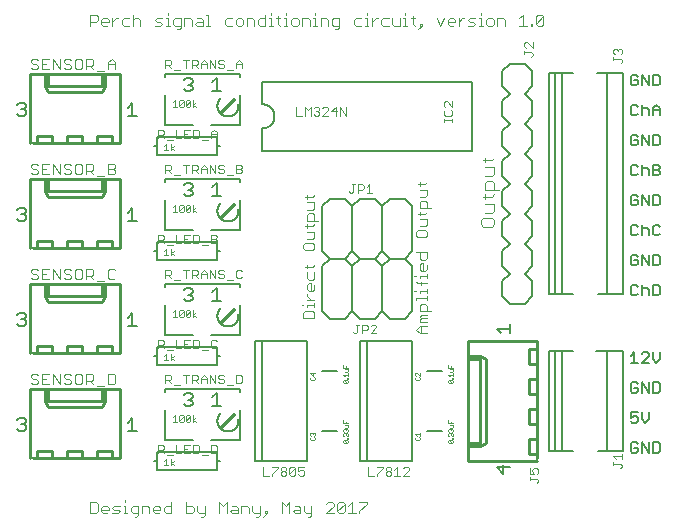
<source format=gto>
G75*
%MOIN*%
%OFA0B0*%
%FSLAX25Y25*%
%IPPOS*%
%LPD*%
%AMOC8*
5,1,8,0,0,1.08239X$1,22.5*
%
%ADD10C,0.00500*%
%ADD11C,0.00300*%
%ADD12C,0.00600*%
%ADD13C,0.01000*%
%ADD14C,0.00700*%
%ADD15C,0.00400*%
%ADD16C,0.00800*%
%ADD17C,0.01200*%
%ADD18C,0.00200*%
%ADD19C,0.00100*%
D10*
X0011000Y0029500D02*
X0021000Y0029500D01*
X0023500Y0029500D01*
X0016000Y0051000D02*
X0016000Y0052500D01*
X0017000Y0052500D01*
X0021000Y0064500D02*
X0011000Y0064500D01*
X0021000Y0064500D02*
X0023500Y0064500D01*
X0016000Y0086000D02*
X0016000Y0087500D01*
X0017000Y0087500D01*
X0021000Y0099500D02*
X0011000Y0099500D01*
X0021000Y0099500D02*
X0023500Y0099500D01*
X0016000Y0121000D02*
X0016000Y0122500D01*
X0017000Y0122500D01*
X0021000Y0134500D02*
X0011000Y0134500D01*
X0021000Y0134500D02*
X0023500Y0134500D01*
X0016000Y0156000D02*
X0016000Y0157500D01*
X0017000Y0157500D01*
X0062250Y0155503D02*
X0063001Y0156254D01*
X0064502Y0156254D01*
X0065253Y0155503D01*
X0065253Y0154753D01*
X0064502Y0154002D01*
X0065253Y0153251D01*
X0065253Y0152501D01*
X0064502Y0151750D01*
X0063001Y0151750D01*
X0062250Y0152501D01*
X0063751Y0154002D02*
X0064502Y0154002D01*
X0071750Y0154753D02*
X0073251Y0156254D01*
X0073251Y0151750D01*
X0071750Y0151750D02*
X0074753Y0151750D01*
X0073251Y0121254D02*
X0073251Y0116750D01*
X0071750Y0116750D02*
X0074753Y0116750D01*
X0071750Y0119753D02*
X0073251Y0121254D01*
X0065253Y0120503D02*
X0065253Y0119753D01*
X0064502Y0119002D01*
X0065253Y0118251D01*
X0065253Y0117501D01*
X0064502Y0116750D01*
X0063001Y0116750D01*
X0062250Y0117501D01*
X0063751Y0119002D02*
X0064502Y0119002D01*
X0065253Y0120503D02*
X0064502Y0121254D01*
X0063001Y0121254D01*
X0062250Y0120503D01*
X0063001Y0086254D02*
X0064502Y0086254D01*
X0065253Y0085503D01*
X0065253Y0084753D01*
X0064502Y0084002D01*
X0065253Y0083251D01*
X0065253Y0082501D01*
X0064502Y0081750D01*
X0063001Y0081750D01*
X0062250Y0082501D01*
X0063751Y0084002D02*
X0064502Y0084002D01*
X0062250Y0085503D02*
X0063001Y0086254D01*
X0071750Y0084753D02*
X0073251Y0086254D01*
X0073251Y0081750D01*
X0071750Y0081750D02*
X0074753Y0081750D01*
X0073251Y0051254D02*
X0073251Y0046750D01*
X0071750Y0046750D02*
X0074753Y0046750D01*
X0071750Y0049753D02*
X0073251Y0051254D01*
X0065253Y0050503D02*
X0065253Y0049753D01*
X0064502Y0049002D01*
X0065253Y0048251D01*
X0065253Y0047501D01*
X0064502Y0046750D01*
X0063001Y0046750D01*
X0062250Y0047501D01*
X0063751Y0049002D02*
X0064502Y0049002D01*
X0065253Y0050503D02*
X0064502Y0051254D01*
X0063001Y0051254D01*
X0062250Y0050503D01*
X0157000Y0034500D02*
X0157000Y0033500D01*
X0158500Y0033500D01*
X0180000Y0038000D02*
X0180000Y0028500D01*
X0183992Y0031728D02*
X0186000Y0031728D01*
X0186000Y0065272D01*
X0183992Y0065272D01*
X0183992Y0031728D01*
X0186000Y0031728D02*
X0188500Y0031728D01*
X0191945Y0031728D01*
X0188500Y0031728D02*
X0188500Y0065272D01*
X0186000Y0065272D01*
X0188520Y0065272D02*
X0192063Y0065272D01*
X0199819Y0065272D02*
X0203362Y0065272D01*
X0203500Y0065272D02*
X0203500Y0031728D01*
X0200193Y0031728D01*
X0203500Y0031728D02*
X0203638Y0031728D01*
X0208795Y0031728D01*
X0208795Y0065272D01*
X0203500Y0065272D01*
X0211250Y0063585D02*
X0212418Y0064753D01*
X0212418Y0061250D01*
X0213585Y0061250D02*
X0211250Y0061250D01*
X0214933Y0061250D02*
X0217268Y0063585D01*
X0217268Y0064169D01*
X0216685Y0064753D01*
X0215517Y0064753D01*
X0214933Y0064169D01*
X0214933Y0061250D02*
X0217268Y0061250D01*
X0218616Y0062418D02*
X0219784Y0061250D01*
X0220952Y0062418D01*
X0220952Y0064753D01*
X0218616Y0064753D02*
X0218616Y0062418D01*
X0218616Y0054753D02*
X0220368Y0054753D01*
X0220952Y0054169D01*
X0220952Y0051834D01*
X0220368Y0051250D01*
X0218616Y0051250D01*
X0218616Y0054753D01*
X0217268Y0054753D02*
X0217268Y0051250D01*
X0214933Y0054753D01*
X0214933Y0051250D01*
X0213585Y0051834D02*
X0213585Y0053001D01*
X0212418Y0053001D01*
X0213585Y0051834D02*
X0213001Y0051250D01*
X0211834Y0051250D01*
X0211250Y0051834D01*
X0211250Y0054169D01*
X0211834Y0054753D01*
X0213001Y0054753D01*
X0213585Y0054169D01*
X0213585Y0044753D02*
X0211250Y0044753D01*
X0211250Y0043001D01*
X0212418Y0043585D01*
X0213001Y0043585D01*
X0213585Y0043001D01*
X0213585Y0041834D01*
X0213001Y0041250D01*
X0211834Y0041250D01*
X0211250Y0041834D01*
X0214933Y0042418D02*
X0214933Y0044753D01*
X0214933Y0042418D02*
X0216101Y0041250D01*
X0217268Y0042418D01*
X0217268Y0044753D01*
X0217268Y0034753D02*
X0217268Y0031250D01*
X0214933Y0034753D01*
X0214933Y0031250D01*
X0213585Y0031834D02*
X0213585Y0033001D01*
X0212418Y0033001D01*
X0213585Y0031834D02*
X0213001Y0031250D01*
X0211834Y0031250D01*
X0211250Y0031834D01*
X0211250Y0034169D01*
X0211834Y0034753D01*
X0213001Y0034753D01*
X0213585Y0034169D01*
X0218616Y0034753D02*
X0218616Y0031250D01*
X0220368Y0031250D01*
X0220952Y0031834D01*
X0220952Y0034169D01*
X0220368Y0034753D01*
X0218616Y0034753D01*
X0218616Y0083750D02*
X0220368Y0083750D01*
X0220952Y0084334D01*
X0220952Y0086669D01*
X0220368Y0087253D01*
X0218616Y0087253D01*
X0218616Y0083750D01*
X0217268Y0083750D02*
X0217268Y0085501D01*
X0216685Y0086085D01*
X0215517Y0086085D01*
X0214933Y0085501D01*
X0214933Y0083750D02*
X0214933Y0087253D01*
X0213585Y0086669D02*
X0213001Y0087253D01*
X0211834Y0087253D01*
X0211250Y0086669D01*
X0211250Y0084334D01*
X0211834Y0083750D01*
X0213001Y0083750D01*
X0213585Y0084334D01*
X0208795Y0084228D02*
X0208795Y0157772D01*
X0203500Y0157772D01*
X0199937Y0157772D01*
X0203500Y0157772D02*
X0203500Y0084228D01*
X0200213Y0084228D01*
X0203500Y0084228D02*
X0208795Y0084228D01*
X0211834Y0093750D02*
X0213001Y0093750D01*
X0213585Y0094334D01*
X0213585Y0095501D01*
X0212418Y0095501D01*
X0211250Y0094334D02*
X0211834Y0093750D01*
X0211250Y0094334D02*
X0211250Y0096669D01*
X0211834Y0097253D01*
X0213001Y0097253D01*
X0213585Y0096669D01*
X0214933Y0097253D02*
X0214933Y0093750D01*
X0217268Y0093750D02*
X0214933Y0097253D01*
X0217268Y0097253D02*
X0217268Y0093750D01*
X0218616Y0093750D02*
X0220368Y0093750D01*
X0220952Y0094334D01*
X0220952Y0096669D01*
X0220368Y0097253D01*
X0218616Y0097253D01*
X0218616Y0093750D01*
X0219200Y0103750D02*
X0218616Y0104334D01*
X0218616Y0106669D01*
X0219200Y0107253D01*
X0220368Y0107253D01*
X0220952Y0106669D01*
X0220952Y0104334D02*
X0220368Y0103750D01*
X0219200Y0103750D01*
X0217268Y0103750D02*
X0217268Y0105501D01*
X0216685Y0106085D01*
X0215517Y0106085D01*
X0214933Y0105501D01*
X0214933Y0103750D02*
X0214933Y0107253D01*
X0213585Y0106669D02*
X0213001Y0107253D01*
X0211834Y0107253D01*
X0211250Y0106669D01*
X0211250Y0104334D01*
X0211834Y0103750D01*
X0213001Y0103750D01*
X0213585Y0104334D01*
X0213001Y0113750D02*
X0211834Y0113750D01*
X0211250Y0114334D01*
X0211250Y0116669D01*
X0211834Y0117253D01*
X0213001Y0117253D01*
X0213585Y0116669D01*
X0213585Y0115501D02*
X0212418Y0115501D01*
X0213585Y0115501D02*
X0213585Y0114334D01*
X0213001Y0113750D01*
X0214933Y0113750D02*
X0214933Y0117253D01*
X0217268Y0113750D01*
X0217268Y0117253D01*
X0218616Y0117253D02*
X0220368Y0117253D01*
X0220952Y0116669D01*
X0220952Y0114334D01*
X0220368Y0113750D01*
X0218616Y0113750D01*
X0218616Y0117253D01*
X0218616Y0123750D02*
X0220368Y0123750D01*
X0220952Y0124334D01*
X0220952Y0124918D01*
X0220368Y0125501D01*
X0218616Y0125501D01*
X0217268Y0125501D02*
X0217268Y0123750D01*
X0218616Y0123750D02*
X0218616Y0127253D01*
X0220368Y0127253D01*
X0220952Y0126669D01*
X0220952Y0126085D01*
X0220368Y0125501D01*
X0217268Y0125501D02*
X0216685Y0126085D01*
X0215517Y0126085D01*
X0214933Y0125501D01*
X0214933Y0123750D02*
X0214933Y0127253D01*
X0213585Y0126669D02*
X0213001Y0127253D01*
X0211834Y0127253D01*
X0211250Y0126669D01*
X0211250Y0124334D01*
X0211834Y0123750D01*
X0213001Y0123750D01*
X0213585Y0124334D01*
X0213001Y0133750D02*
X0211834Y0133750D01*
X0211250Y0134334D01*
X0211250Y0136669D01*
X0211834Y0137253D01*
X0213001Y0137253D01*
X0213585Y0136669D01*
X0213585Y0135501D02*
X0212418Y0135501D01*
X0213585Y0135501D02*
X0213585Y0134334D01*
X0213001Y0133750D01*
X0214933Y0133750D02*
X0214933Y0137253D01*
X0217268Y0133750D01*
X0217268Y0137253D01*
X0218616Y0137253D02*
X0220368Y0137253D01*
X0220952Y0136669D01*
X0220952Y0134334D01*
X0220368Y0133750D01*
X0218616Y0133750D01*
X0218616Y0137253D01*
X0218616Y0143750D02*
X0218616Y0146085D01*
X0219784Y0147253D01*
X0220952Y0146085D01*
X0220952Y0143750D01*
X0220952Y0145501D02*
X0218616Y0145501D01*
X0217268Y0145501D02*
X0217268Y0143750D01*
X0217268Y0145501D02*
X0216685Y0146085D01*
X0215517Y0146085D01*
X0214933Y0145501D01*
X0214933Y0143750D02*
X0214933Y0147253D01*
X0213585Y0146669D02*
X0213001Y0147253D01*
X0211834Y0147253D01*
X0211250Y0146669D01*
X0211250Y0144334D01*
X0211834Y0143750D01*
X0213001Y0143750D01*
X0213585Y0144334D01*
X0213001Y0153750D02*
X0211834Y0153750D01*
X0211250Y0154334D01*
X0211250Y0156669D01*
X0211834Y0157253D01*
X0213001Y0157253D01*
X0213585Y0156669D01*
X0213585Y0155501D02*
X0212418Y0155501D01*
X0213585Y0155501D02*
X0213585Y0154334D01*
X0213001Y0153750D01*
X0214933Y0153750D02*
X0214933Y0157253D01*
X0217268Y0153750D01*
X0217268Y0157253D01*
X0218616Y0157253D02*
X0220368Y0157253D01*
X0220952Y0156669D01*
X0220952Y0154334D01*
X0220368Y0153750D01*
X0218616Y0153750D01*
X0218616Y0157253D01*
X0191945Y0157772D02*
X0188500Y0157772D01*
X0188500Y0084228D01*
X0186000Y0084228D01*
X0186000Y0157772D01*
X0183992Y0157772D01*
X0183992Y0084228D01*
X0186000Y0084228D01*
X0188520Y0084228D02*
X0192063Y0084228D01*
X0188500Y0157772D02*
X0186000Y0157772D01*
D11*
X0033002Y0011150D02*
X0031150Y0011150D01*
X0031150Y0014853D01*
X0033002Y0014853D01*
X0033619Y0014236D01*
X0033619Y0011767D01*
X0033002Y0011150D01*
X0034833Y0011767D02*
X0034833Y0013002D01*
X0035450Y0013619D01*
X0036685Y0013619D01*
X0037302Y0013002D01*
X0037302Y0012384D01*
X0034833Y0012384D01*
X0034833Y0011767D02*
X0035450Y0011150D01*
X0036685Y0011150D01*
X0038516Y0011150D02*
X0040368Y0011150D01*
X0040985Y0011767D01*
X0040368Y0012384D01*
X0039133Y0012384D01*
X0038516Y0013002D01*
X0039133Y0013619D01*
X0040985Y0013619D01*
X0042199Y0013619D02*
X0042817Y0013619D01*
X0042817Y0011150D01*
X0043434Y0011150D02*
X0042199Y0011150D01*
X0044655Y0011767D02*
X0045272Y0011150D01*
X0047124Y0011150D01*
X0047124Y0010533D02*
X0047124Y0013619D01*
X0045272Y0013619D01*
X0044655Y0013002D01*
X0044655Y0011767D01*
X0045889Y0009916D02*
X0046506Y0009916D01*
X0047124Y0010533D01*
X0048338Y0011150D02*
X0048338Y0013619D01*
X0050190Y0013619D01*
X0050807Y0013002D01*
X0050807Y0011150D01*
X0052021Y0011767D02*
X0052638Y0011150D01*
X0053873Y0011150D01*
X0054490Y0012384D02*
X0052021Y0012384D01*
X0052021Y0011767D02*
X0052021Y0013002D01*
X0052638Y0013619D01*
X0053873Y0013619D01*
X0054490Y0013002D01*
X0054490Y0012384D01*
X0055704Y0011767D02*
X0056321Y0011150D01*
X0058173Y0011150D01*
X0058173Y0014853D01*
X0058173Y0013619D02*
X0056321Y0013619D01*
X0055704Y0013002D01*
X0055704Y0011767D01*
X0063071Y0011150D02*
X0064922Y0011150D01*
X0065539Y0011767D01*
X0065539Y0013002D01*
X0064922Y0013619D01*
X0063071Y0013619D01*
X0063071Y0014853D02*
X0063071Y0011150D01*
X0066754Y0011767D02*
X0067371Y0011150D01*
X0069223Y0011150D01*
X0069223Y0010533D02*
X0068605Y0009916D01*
X0067988Y0009916D01*
X0069223Y0010533D02*
X0069223Y0013619D01*
X0066754Y0013619D02*
X0066754Y0011767D01*
X0074120Y0011150D02*
X0074120Y0014853D01*
X0075354Y0013619D01*
X0076589Y0014853D01*
X0076589Y0011150D01*
X0077803Y0011767D02*
X0078420Y0012384D01*
X0080272Y0012384D01*
X0080272Y0013002D02*
X0080272Y0011150D01*
X0078420Y0011150D01*
X0077803Y0011767D01*
X0078420Y0013619D02*
X0079655Y0013619D01*
X0080272Y0013002D01*
X0081486Y0013619D02*
X0081486Y0011150D01*
X0083955Y0011150D02*
X0083955Y0013002D01*
X0083338Y0013619D01*
X0081486Y0013619D01*
X0085169Y0013619D02*
X0085169Y0011767D01*
X0085787Y0011150D01*
X0087638Y0011150D01*
X0087638Y0010533D02*
X0087021Y0009916D01*
X0086404Y0009916D01*
X0087638Y0010533D02*
X0087638Y0013619D01*
X0089470Y0011767D02*
X0089470Y0011150D01*
X0090087Y0011150D01*
X0090087Y0011767D01*
X0089470Y0011767D01*
X0090087Y0011150D02*
X0088853Y0009916D01*
X0094991Y0011150D02*
X0094991Y0014853D01*
X0096226Y0013619D01*
X0097460Y0014853D01*
X0097460Y0011150D01*
X0098674Y0011767D02*
X0099291Y0012384D01*
X0101143Y0012384D01*
X0101143Y0013002D02*
X0101143Y0011150D01*
X0099291Y0011150D01*
X0098674Y0011767D01*
X0099291Y0013619D02*
X0100526Y0013619D01*
X0101143Y0013002D01*
X0102357Y0013619D02*
X0102357Y0011767D01*
X0102975Y0011150D01*
X0104826Y0011150D01*
X0104826Y0010533D02*
X0104209Y0009916D01*
X0103592Y0009916D01*
X0104826Y0010533D02*
X0104826Y0013619D01*
X0109724Y0014236D02*
X0110341Y0014853D01*
X0111575Y0014853D01*
X0112193Y0014236D01*
X0112193Y0013619D01*
X0109724Y0011150D01*
X0112193Y0011150D01*
X0113407Y0011767D02*
X0115876Y0014236D01*
X0115876Y0011767D01*
X0115258Y0011150D01*
X0114024Y0011150D01*
X0113407Y0011767D01*
X0113407Y0014236D01*
X0114024Y0014853D01*
X0115258Y0014853D01*
X0115876Y0014236D01*
X0117090Y0013619D02*
X0118324Y0014853D01*
X0118324Y0011150D01*
X0117090Y0011150D02*
X0119559Y0011150D01*
X0120773Y0011150D02*
X0120773Y0011767D01*
X0123242Y0014236D01*
X0123242Y0014853D01*
X0120773Y0014853D01*
X0123650Y0023650D02*
X0125585Y0023650D01*
X0126597Y0023650D02*
X0126597Y0024134D01*
X0128531Y0026069D01*
X0128531Y0026552D01*
X0126597Y0026552D01*
X0123650Y0026552D02*
X0123650Y0023650D01*
X0129543Y0024134D02*
X0129543Y0024617D01*
X0130027Y0025101D01*
X0130994Y0025101D01*
X0131478Y0024617D01*
X0131478Y0024134D01*
X0130994Y0023650D01*
X0130027Y0023650D01*
X0129543Y0024134D01*
X0130027Y0025101D02*
X0129543Y0025585D01*
X0129543Y0026069D01*
X0130027Y0026552D01*
X0130994Y0026552D01*
X0131478Y0026069D01*
X0131478Y0025585D01*
X0130994Y0025101D01*
X0132490Y0025585D02*
X0133457Y0026552D01*
X0133457Y0023650D01*
X0132490Y0023650D02*
X0134425Y0023650D01*
X0135436Y0023650D02*
X0137371Y0025585D01*
X0137371Y0026069D01*
X0136887Y0026552D01*
X0135920Y0026552D01*
X0135436Y0026069D01*
X0135436Y0023650D02*
X0137371Y0023650D01*
X0102371Y0024134D02*
X0101887Y0023650D01*
X0100920Y0023650D01*
X0100436Y0024134D01*
X0100436Y0025101D02*
X0101404Y0025585D01*
X0101887Y0025585D01*
X0102371Y0025101D01*
X0102371Y0024134D01*
X0100436Y0025101D02*
X0100436Y0026552D01*
X0102371Y0026552D01*
X0099425Y0026069D02*
X0099425Y0024134D01*
X0098941Y0023650D01*
X0097973Y0023650D01*
X0097490Y0024134D01*
X0099425Y0026069D01*
X0098941Y0026552D01*
X0097973Y0026552D01*
X0097490Y0026069D01*
X0097490Y0024134D01*
X0096478Y0024134D02*
X0095994Y0023650D01*
X0095027Y0023650D01*
X0094543Y0024134D01*
X0094543Y0024617D01*
X0095027Y0025101D01*
X0095994Y0025101D01*
X0096478Y0024617D01*
X0096478Y0024134D01*
X0095994Y0025101D02*
X0096478Y0025585D01*
X0096478Y0026069D01*
X0095994Y0026552D01*
X0095027Y0026552D01*
X0094543Y0026069D01*
X0094543Y0025585D01*
X0095027Y0025101D01*
X0093531Y0026069D02*
X0091597Y0024134D01*
X0091597Y0023650D01*
X0090585Y0023650D02*
X0088650Y0023650D01*
X0088650Y0026552D01*
X0091597Y0026552D02*
X0093531Y0026552D01*
X0093531Y0026069D01*
X0073264Y0031634D02*
X0073264Y0033569D01*
X0072780Y0034052D01*
X0071329Y0034052D01*
X0071329Y0031150D01*
X0072780Y0031150D01*
X0073264Y0031634D01*
X0070318Y0030666D02*
X0068383Y0030666D01*
X0067371Y0031634D02*
X0067371Y0033569D01*
X0066887Y0034052D01*
X0065436Y0034052D01*
X0065436Y0031150D01*
X0066887Y0031150D01*
X0067371Y0031634D01*
X0064425Y0031150D02*
X0062490Y0031150D01*
X0062490Y0034052D01*
X0064425Y0034052D01*
X0063457Y0032601D02*
X0062490Y0032601D01*
X0061478Y0031150D02*
X0059543Y0031150D01*
X0059543Y0034052D01*
X0058531Y0030666D02*
X0056597Y0030666D01*
X0055585Y0031150D02*
X0054617Y0032117D01*
X0055101Y0032117D02*
X0053650Y0032117D01*
X0053650Y0031150D02*
X0053650Y0034052D01*
X0055101Y0034052D01*
X0055585Y0033569D01*
X0055585Y0032601D01*
X0055101Y0032117D01*
X0042817Y0015470D02*
X0042817Y0014853D01*
X0056150Y0054450D02*
X0056150Y0057352D01*
X0057601Y0057352D01*
X0058085Y0056869D01*
X0058085Y0055901D01*
X0057601Y0055417D01*
X0056150Y0055417D01*
X0057117Y0055417D02*
X0058085Y0054450D01*
X0059097Y0053966D02*
X0061031Y0053966D01*
X0063011Y0054450D02*
X0063011Y0057352D01*
X0063978Y0057352D02*
X0062043Y0057352D01*
X0064990Y0057352D02*
X0064990Y0054450D01*
X0064990Y0055417D02*
X0066441Y0055417D01*
X0066925Y0055901D01*
X0066925Y0056869D01*
X0066441Y0057352D01*
X0064990Y0057352D01*
X0065957Y0055417D02*
X0066925Y0054450D01*
X0067936Y0054450D02*
X0067936Y0056385D01*
X0068904Y0057352D01*
X0069871Y0056385D01*
X0069871Y0054450D01*
X0070883Y0054450D02*
X0070883Y0057352D01*
X0072818Y0054450D01*
X0072818Y0057352D01*
X0073829Y0056869D02*
X0073829Y0056385D01*
X0074313Y0055901D01*
X0075280Y0055901D01*
X0075764Y0055417D01*
X0075764Y0054934D01*
X0075280Y0054450D01*
X0074313Y0054450D01*
X0073829Y0054934D01*
X0073829Y0056869D02*
X0074313Y0057352D01*
X0075280Y0057352D01*
X0075764Y0056869D01*
X0076776Y0053966D02*
X0078711Y0053966D01*
X0079722Y0054450D02*
X0081173Y0054450D01*
X0081657Y0054934D01*
X0081657Y0056869D01*
X0081173Y0057352D01*
X0079722Y0057352D01*
X0079722Y0054450D01*
X0069871Y0055901D02*
X0067936Y0055901D01*
X0068383Y0065666D02*
X0070318Y0065666D01*
X0071329Y0066634D02*
X0071813Y0066150D01*
X0072780Y0066150D01*
X0073264Y0066634D01*
X0073264Y0068569D02*
X0072780Y0069052D01*
X0071813Y0069052D01*
X0071329Y0068569D01*
X0071329Y0066634D01*
X0067371Y0066634D02*
X0067371Y0068569D01*
X0066887Y0069052D01*
X0065436Y0069052D01*
X0065436Y0066150D01*
X0066887Y0066150D01*
X0067371Y0066634D01*
X0064425Y0066150D02*
X0062490Y0066150D01*
X0062490Y0069052D01*
X0064425Y0069052D01*
X0063457Y0067601D02*
X0062490Y0067601D01*
X0061478Y0066150D02*
X0059543Y0066150D01*
X0059543Y0069052D01*
X0055585Y0068569D02*
X0055585Y0067601D01*
X0055101Y0067117D01*
X0053650Y0067117D01*
X0053650Y0066150D02*
X0053650Y0069052D01*
X0055101Y0069052D01*
X0055585Y0068569D01*
X0054617Y0067117D02*
X0055585Y0066150D01*
X0056597Y0065666D02*
X0058531Y0065666D01*
X0059097Y0088966D02*
X0061031Y0088966D01*
X0063011Y0089450D02*
X0063011Y0092352D01*
X0063978Y0092352D02*
X0062043Y0092352D01*
X0058085Y0091869D02*
X0058085Y0090901D01*
X0057601Y0090417D01*
X0056150Y0090417D01*
X0056150Y0089450D02*
X0056150Y0092352D01*
X0057601Y0092352D01*
X0058085Y0091869D01*
X0057117Y0090417D02*
X0058085Y0089450D01*
X0064990Y0089450D02*
X0064990Y0092352D01*
X0066441Y0092352D01*
X0066925Y0091869D01*
X0066925Y0090901D01*
X0066441Y0090417D01*
X0064990Y0090417D01*
X0065957Y0090417D02*
X0066925Y0089450D01*
X0067936Y0089450D02*
X0067936Y0091385D01*
X0068904Y0092352D01*
X0069871Y0091385D01*
X0069871Y0089450D01*
X0070883Y0089450D02*
X0070883Y0092352D01*
X0072818Y0089450D01*
X0072818Y0092352D01*
X0073829Y0091869D02*
X0073829Y0091385D01*
X0074313Y0090901D01*
X0075280Y0090901D01*
X0075764Y0090417D01*
X0075764Y0089934D01*
X0075280Y0089450D01*
X0074313Y0089450D01*
X0073829Y0089934D01*
X0073829Y0091869D02*
X0074313Y0092352D01*
X0075280Y0092352D01*
X0075764Y0091869D01*
X0076776Y0088966D02*
X0078711Y0088966D01*
X0079722Y0089934D02*
X0080206Y0089450D01*
X0081173Y0089450D01*
X0081657Y0089934D01*
X0081657Y0091869D02*
X0081173Y0092352D01*
X0080206Y0092352D01*
X0079722Y0091869D01*
X0079722Y0089934D01*
X0069871Y0090901D02*
X0067936Y0090901D01*
X0068383Y0100666D02*
X0070318Y0100666D01*
X0071329Y0101150D02*
X0072780Y0101150D01*
X0073264Y0101634D01*
X0073264Y0102117D01*
X0072780Y0102601D01*
X0071329Y0102601D01*
X0071329Y0101150D02*
X0071329Y0104052D01*
X0072780Y0104052D01*
X0073264Y0103569D01*
X0073264Y0103085D01*
X0072780Y0102601D01*
X0067371Y0101634D02*
X0066887Y0101150D01*
X0065436Y0101150D01*
X0065436Y0104052D01*
X0066887Y0104052D01*
X0067371Y0103569D01*
X0067371Y0101634D01*
X0064425Y0101150D02*
X0062490Y0101150D01*
X0062490Y0104052D01*
X0064425Y0104052D01*
X0063457Y0102601D02*
X0062490Y0102601D01*
X0061478Y0101150D02*
X0059543Y0101150D01*
X0059543Y0104052D01*
X0055585Y0103569D02*
X0055585Y0102601D01*
X0055101Y0102117D01*
X0053650Y0102117D01*
X0053650Y0101150D02*
X0053650Y0104052D01*
X0055101Y0104052D01*
X0055585Y0103569D01*
X0054617Y0102117D02*
X0055585Y0101150D01*
X0056597Y0100666D02*
X0058531Y0100666D01*
X0059097Y0123966D02*
X0061031Y0123966D01*
X0063011Y0124450D02*
X0063011Y0127352D01*
X0063978Y0127352D02*
X0062043Y0127352D01*
X0058085Y0126869D02*
X0058085Y0125901D01*
X0057601Y0125417D01*
X0056150Y0125417D01*
X0056150Y0124450D02*
X0056150Y0127352D01*
X0057601Y0127352D01*
X0058085Y0126869D01*
X0057117Y0125417D02*
X0058085Y0124450D01*
X0064990Y0124450D02*
X0064990Y0127352D01*
X0066441Y0127352D01*
X0066925Y0126869D01*
X0066925Y0125901D01*
X0066441Y0125417D01*
X0064990Y0125417D01*
X0065957Y0125417D02*
X0066925Y0124450D01*
X0067936Y0124450D02*
X0067936Y0126385D01*
X0068904Y0127352D01*
X0069871Y0126385D01*
X0069871Y0124450D01*
X0070883Y0124450D02*
X0070883Y0127352D01*
X0072818Y0124450D01*
X0072818Y0127352D01*
X0073829Y0126869D02*
X0073829Y0126385D01*
X0074313Y0125901D01*
X0075280Y0125901D01*
X0075764Y0125417D01*
X0075764Y0124934D01*
X0075280Y0124450D01*
X0074313Y0124450D01*
X0073829Y0124934D01*
X0073829Y0126869D02*
X0074313Y0127352D01*
X0075280Y0127352D01*
X0075764Y0126869D01*
X0076776Y0123966D02*
X0078711Y0123966D01*
X0079722Y0124450D02*
X0081173Y0124450D01*
X0081657Y0124934D01*
X0081657Y0125417D01*
X0081173Y0125901D01*
X0079722Y0125901D01*
X0079722Y0124450D02*
X0079722Y0127352D01*
X0081173Y0127352D01*
X0081657Y0126869D01*
X0081657Y0126385D01*
X0081173Y0125901D01*
X0069871Y0125901D02*
X0067936Y0125901D01*
X0068383Y0135666D02*
X0070318Y0135666D01*
X0071329Y0136150D02*
X0071329Y0138085D01*
X0072297Y0139052D01*
X0073264Y0138085D01*
X0073264Y0136150D01*
X0073264Y0137601D02*
X0071329Y0137601D01*
X0067371Y0136634D02*
X0067371Y0138569D01*
X0066887Y0139052D01*
X0065436Y0139052D01*
X0065436Y0136150D01*
X0066887Y0136150D01*
X0067371Y0136634D01*
X0064425Y0136150D02*
X0062490Y0136150D01*
X0062490Y0139052D01*
X0064425Y0139052D01*
X0063457Y0137601D02*
X0062490Y0137601D01*
X0061478Y0136150D02*
X0059543Y0136150D01*
X0059543Y0139052D01*
X0058531Y0135666D02*
X0056597Y0135666D01*
X0055585Y0136150D02*
X0054617Y0137117D01*
X0055101Y0137117D02*
X0053650Y0137117D01*
X0053650Y0136150D02*
X0053650Y0139052D01*
X0055101Y0139052D01*
X0055585Y0138569D01*
X0055585Y0137601D01*
X0055101Y0137117D01*
X0059097Y0158966D02*
X0061031Y0158966D01*
X0063011Y0159450D02*
X0063011Y0162352D01*
X0063978Y0162352D02*
X0062043Y0162352D01*
X0058085Y0161869D02*
X0058085Y0160901D01*
X0057601Y0160417D01*
X0056150Y0160417D01*
X0056150Y0159450D02*
X0056150Y0162352D01*
X0057601Y0162352D01*
X0058085Y0161869D01*
X0057117Y0160417D02*
X0058085Y0159450D01*
X0064990Y0159450D02*
X0064990Y0162352D01*
X0066441Y0162352D01*
X0066925Y0161869D01*
X0066925Y0160901D01*
X0066441Y0160417D01*
X0064990Y0160417D01*
X0065957Y0160417D02*
X0066925Y0159450D01*
X0067936Y0159450D02*
X0067936Y0161385D01*
X0068904Y0162352D01*
X0069871Y0161385D01*
X0069871Y0159450D01*
X0070883Y0159450D02*
X0070883Y0162352D01*
X0072818Y0159450D01*
X0072818Y0162352D01*
X0073829Y0161869D02*
X0073829Y0161385D01*
X0074313Y0160901D01*
X0075280Y0160901D01*
X0075764Y0160417D01*
X0075764Y0159934D01*
X0075280Y0159450D01*
X0074313Y0159450D01*
X0073829Y0159934D01*
X0073829Y0161869D02*
X0074313Y0162352D01*
X0075280Y0162352D01*
X0075764Y0161869D01*
X0076776Y0158966D02*
X0078711Y0158966D01*
X0079722Y0159450D02*
X0079722Y0161385D01*
X0080690Y0162352D01*
X0081657Y0161385D01*
X0081657Y0159450D01*
X0081657Y0160901D02*
X0079722Y0160901D01*
X0069871Y0160901D02*
X0067936Y0160901D01*
X0068609Y0173650D02*
X0066757Y0173650D01*
X0066140Y0174267D01*
X0066757Y0174884D01*
X0068609Y0174884D01*
X0068609Y0175502D02*
X0068609Y0173650D01*
X0069823Y0173650D02*
X0071057Y0173650D01*
X0070440Y0173650D02*
X0070440Y0177353D01*
X0069823Y0177353D01*
X0067991Y0176119D02*
X0068609Y0175502D01*
X0067991Y0176119D02*
X0066757Y0176119D01*
X0064925Y0175502D02*
X0064925Y0173650D01*
X0064925Y0175502D02*
X0064308Y0176119D01*
X0062457Y0176119D01*
X0062457Y0173650D01*
X0061242Y0173650D02*
X0059391Y0173650D01*
X0058774Y0174267D01*
X0058774Y0175502D01*
X0059391Y0176119D01*
X0061242Y0176119D01*
X0061242Y0173033D01*
X0060625Y0172416D01*
X0060008Y0172416D01*
X0057553Y0173650D02*
X0056318Y0173650D01*
X0056935Y0173650D02*
X0056935Y0176119D01*
X0056318Y0176119D01*
X0055104Y0176119D02*
X0053252Y0176119D01*
X0052635Y0175502D01*
X0053252Y0174884D01*
X0054487Y0174884D01*
X0055104Y0174267D01*
X0054487Y0173650D01*
X0052635Y0173650D01*
X0047737Y0173650D02*
X0047737Y0175502D01*
X0047120Y0176119D01*
X0045886Y0176119D01*
X0045269Y0175502D01*
X0044054Y0176119D02*
X0042203Y0176119D01*
X0041586Y0175502D01*
X0041586Y0174267D01*
X0042203Y0173650D01*
X0044054Y0173650D01*
X0045269Y0173650D02*
X0045269Y0177353D01*
X0040368Y0176119D02*
X0039751Y0176119D01*
X0038516Y0174884D01*
X0037302Y0174884D02*
X0034833Y0174884D01*
X0034833Y0174267D02*
X0034833Y0175502D01*
X0035450Y0176119D01*
X0036685Y0176119D01*
X0037302Y0175502D01*
X0037302Y0174884D01*
X0036685Y0173650D02*
X0035450Y0173650D01*
X0034833Y0174267D01*
X0033619Y0175502D02*
X0033619Y0176736D01*
X0033002Y0177353D01*
X0031150Y0177353D01*
X0031150Y0173650D01*
X0031150Y0174884D02*
X0033002Y0174884D01*
X0033619Y0175502D01*
X0038516Y0176119D02*
X0038516Y0173650D01*
X0056935Y0177353D02*
X0056935Y0177970D01*
X0075962Y0175502D02*
X0075962Y0174267D01*
X0076579Y0173650D01*
X0078430Y0173650D01*
X0079645Y0174267D02*
X0080262Y0173650D01*
X0081496Y0173650D01*
X0082113Y0174267D01*
X0082113Y0175502D01*
X0081496Y0176119D01*
X0080262Y0176119D01*
X0079645Y0175502D01*
X0079645Y0174267D01*
X0078430Y0176119D02*
X0076579Y0176119D01*
X0075962Y0175502D01*
X0083328Y0176119D02*
X0083328Y0173650D01*
X0085797Y0173650D02*
X0085797Y0175502D01*
X0085179Y0176119D01*
X0083328Y0176119D01*
X0087011Y0175502D02*
X0087628Y0176119D01*
X0089480Y0176119D01*
X0090694Y0176119D02*
X0091311Y0176119D01*
X0091311Y0173650D01*
X0090694Y0173650D02*
X0091929Y0173650D01*
X0093767Y0174267D02*
X0094384Y0173650D01*
X0093767Y0174267D02*
X0093767Y0176736D01*
X0093150Y0176119D02*
X0094384Y0176119D01*
X0095605Y0176119D02*
X0096222Y0176119D01*
X0096222Y0173650D01*
X0095605Y0173650D02*
X0096839Y0173650D01*
X0098060Y0174267D02*
X0098678Y0173650D01*
X0099912Y0173650D01*
X0100529Y0174267D01*
X0100529Y0175502D01*
X0099912Y0176119D01*
X0098678Y0176119D01*
X0098060Y0175502D01*
X0098060Y0174267D01*
X0096222Y0177353D02*
X0096222Y0177970D01*
X0091311Y0177970D02*
X0091311Y0177353D01*
X0089480Y0177353D02*
X0089480Y0173650D01*
X0087628Y0173650D01*
X0087011Y0174267D01*
X0087011Y0175502D01*
X0101744Y0176119D02*
X0101744Y0173650D01*
X0104212Y0173650D02*
X0104212Y0175502D01*
X0103595Y0176119D01*
X0101744Y0176119D01*
X0105427Y0176119D02*
X0106044Y0176119D01*
X0106044Y0173650D01*
X0105427Y0173650D02*
X0106661Y0173650D01*
X0107882Y0173650D02*
X0107882Y0176119D01*
X0109734Y0176119D01*
X0110351Y0175502D01*
X0110351Y0173650D01*
X0111565Y0174267D02*
X0112182Y0173650D01*
X0114034Y0173650D01*
X0114034Y0173033D02*
X0114034Y0176119D01*
X0112182Y0176119D01*
X0111565Y0175502D01*
X0111565Y0174267D01*
X0112800Y0172416D02*
X0113417Y0172416D01*
X0114034Y0173033D01*
X0118932Y0174267D02*
X0119549Y0173650D01*
X0121400Y0173650D01*
X0122615Y0173650D02*
X0123849Y0173650D01*
X0123232Y0173650D02*
X0123232Y0176119D01*
X0122615Y0176119D01*
X0121400Y0176119D02*
X0119549Y0176119D01*
X0118932Y0175502D01*
X0118932Y0174267D01*
X0123232Y0177353D02*
X0123232Y0177970D01*
X0125070Y0176119D02*
X0125070Y0173650D01*
X0125070Y0174884D02*
X0126305Y0176119D01*
X0126922Y0176119D01*
X0128139Y0175502D02*
X0128757Y0176119D01*
X0130608Y0176119D01*
X0131823Y0176119D02*
X0131823Y0174267D01*
X0132440Y0173650D01*
X0134291Y0173650D01*
X0134291Y0176119D01*
X0135506Y0176119D02*
X0136123Y0176119D01*
X0136123Y0173650D01*
X0135506Y0173650D02*
X0136740Y0173650D01*
X0138578Y0174267D02*
X0139196Y0173650D01*
X0138578Y0174267D02*
X0138578Y0176736D01*
X0137961Y0176119D02*
X0139196Y0176119D01*
X0141034Y0174267D02*
X0141034Y0173650D01*
X0141651Y0173650D01*
X0141651Y0174267D01*
X0141034Y0174267D01*
X0141651Y0173650D02*
X0140417Y0172416D01*
X0136123Y0177353D02*
X0136123Y0177970D01*
X0130608Y0173650D02*
X0128757Y0173650D01*
X0128139Y0174267D01*
X0128139Y0175502D01*
X0146555Y0176119D02*
X0147790Y0173650D01*
X0149024Y0176119D01*
X0150238Y0175502D02*
X0150855Y0176119D01*
X0152090Y0176119D01*
X0152707Y0175502D01*
X0152707Y0174884D01*
X0150238Y0174884D01*
X0150238Y0174267D02*
X0150238Y0175502D01*
X0150238Y0174267D02*
X0150855Y0173650D01*
X0152090Y0173650D01*
X0153921Y0173650D02*
X0153921Y0176119D01*
X0153921Y0174884D02*
X0155156Y0176119D01*
X0155773Y0176119D01*
X0156991Y0175502D02*
X0157608Y0176119D01*
X0159459Y0176119D01*
X0160674Y0176119D02*
X0161291Y0176119D01*
X0161291Y0173650D01*
X0160674Y0173650D02*
X0161908Y0173650D01*
X0163129Y0174267D02*
X0163746Y0173650D01*
X0164981Y0173650D01*
X0165598Y0174267D01*
X0165598Y0175502D01*
X0164981Y0176119D01*
X0163746Y0176119D01*
X0163129Y0175502D01*
X0163129Y0174267D01*
X0161291Y0177353D02*
X0161291Y0177970D01*
X0158842Y0174884D02*
X0157608Y0174884D01*
X0156991Y0175502D01*
X0156991Y0173650D02*
X0158842Y0173650D01*
X0159459Y0174267D01*
X0158842Y0174884D01*
X0166812Y0173650D02*
X0166812Y0176119D01*
X0168664Y0176119D01*
X0169281Y0175502D01*
X0169281Y0173650D01*
X0174179Y0173650D02*
X0176647Y0173650D01*
X0177862Y0173650D02*
X0177862Y0174267D01*
X0178479Y0174267D01*
X0178479Y0173650D01*
X0177862Y0173650D01*
X0179703Y0174267D02*
X0182172Y0176736D01*
X0182172Y0174267D01*
X0181555Y0173650D01*
X0180321Y0173650D01*
X0179703Y0174267D01*
X0179703Y0176736D01*
X0180321Y0177353D01*
X0181555Y0177353D01*
X0182172Y0176736D01*
X0175413Y0177353D02*
X0175413Y0173650D01*
X0174179Y0176119D02*
X0175413Y0177353D01*
X0176231Y0168231D02*
X0175748Y0167748D01*
X0175748Y0166780D01*
X0176231Y0166297D01*
X0175748Y0165285D02*
X0175748Y0164317D01*
X0175748Y0164801D02*
X0178166Y0164801D01*
X0178650Y0164317D01*
X0178650Y0163834D01*
X0178166Y0163350D01*
X0178650Y0166297D02*
X0176715Y0168231D01*
X0176231Y0168231D01*
X0178650Y0168231D02*
X0178650Y0166297D01*
X0205448Y0165548D02*
X0205931Y0166031D01*
X0206415Y0166031D01*
X0206899Y0165548D01*
X0207383Y0166031D01*
X0207866Y0166031D01*
X0208350Y0165548D01*
X0208350Y0164580D01*
X0207866Y0164097D01*
X0206899Y0165064D02*
X0206899Y0165548D01*
X0205448Y0165548D02*
X0205448Y0164580D01*
X0205931Y0164097D01*
X0205448Y0163085D02*
X0205448Y0162117D01*
X0205448Y0162601D02*
X0207866Y0162601D01*
X0208350Y0162117D01*
X0208350Y0161634D01*
X0207866Y0161150D01*
X0151850Y0148496D02*
X0151850Y0146561D01*
X0149915Y0148496D01*
X0149431Y0148496D01*
X0148948Y0148012D01*
X0148948Y0147045D01*
X0149431Y0146561D01*
X0149431Y0145549D02*
X0148948Y0145066D01*
X0148948Y0144098D01*
X0149431Y0143614D01*
X0151366Y0143614D01*
X0151850Y0144098D01*
X0151850Y0145066D01*
X0151366Y0145549D01*
X0151850Y0142617D02*
X0151850Y0141650D01*
X0151850Y0142134D02*
X0148948Y0142134D01*
X0148948Y0142617D02*
X0148948Y0141650D01*
X0143350Y0121493D02*
X0142733Y0120876D01*
X0140264Y0120876D01*
X0140881Y0120259D02*
X0140881Y0121493D01*
X0140881Y0119044D02*
X0143350Y0119044D01*
X0143350Y0117193D01*
X0142733Y0116575D01*
X0140881Y0116575D01*
X0141498Y0115361D02*
X0142733Y0115361D01*
X0143350Y0114744D01*
X0143350Y0112892D01*
X0143350Y0111671D02*
X0142733Y0111054D01*
X0140264Y0111054D01*
X0140881Y0110437D02*
X0140881Y0111671D01*
X0140881Y0112892D02*
X0140881Y0114744D01*
X0141498Y0115361D01*
X0140881Y0112892D02*
X0144584Y0112892D01*
X0143350Y0109222D02*
X0140881Y0109222D01*
X0143350Y0109222D02*
X0143350Y0107371D01*
X0142733Y0106754D01*
X0140881Y0106754D01*
X0140264Y0105539D02*
X0142733Y0105539D01*
X0143350Y0104922D01*
X0143350Y0103688D01*
X0142733Y0103071D01*
X0140264Y0103071D01*
X0139647Y0103688D01*
X0139647Y0104922D01*
X0140264Y0105539D01*
X0139647Y0098173D02*
X0143350Y0098173D01*
X0143350Y0096321D01*
X0142733Y0095704D01*
X0141498Y0095704D01*
X0140881Y0096321D01*
X0140881Y0098173D01*
X0141498Y0094490D02*
X0142116Y0094490D01*
X0142116Y0092021D01*
X0142733Y0092021D02*
X0141498Y0092021D01*
X0140881Y0092638D01*
X0140881Y0093873D01*
X0141498Y0094490D01*
X0143350Y0093873D02*
X0143350Y0092638D01*
X0142733Y0092021D01*
X0143350Y0090800D02*
X0143350Y0089566D01*
X0143350Y0090183D02*
X0140881Y0090183D01*
X0140881Y0089566D01*
X0141498Y0088345D02*
X0141498Y0087110D01*
X0140264Y0087727D02*
X0139647Y0088345D01*
X0140264Y0087727D02*
X0143350Y0087727D01*
X0143350Y0085889D02*
X0143350Y0084655D01*
X0143350Y0085272D02*
X0140881Y0085272D01*
X0140881Y0084655D01*
X0139647Y0085272D02*
X0139030Y0085272D01*
X0139647Y0082817D02*
X0143350Y0082817D01*
X0143350Y0083434D02*
X0143350Y0082199D01*
X0142733Y0080985D02*
X0143350Y0080368D01*
X0143350Y0078516D01*
X0143350Y0077302D02*
X0141498Y0077302D01*
X0140881Y0076685D01*
X0141498Y0076068D01*
X0143350Y0076068D01*
X0143350Y0074833D02*
X0140881Y0074833D01*
X0140881Y0075450D01*
X0141498Y0076068D01*
X0141498Y0073619D02*
X0141498Y0071150D01*
X0140881Y0071150D02*
X0139647Y0072384D01*
X0140881Y0073619D01*
X0143350Y0073619D01*
X0143350Y0071150D02*
X0140881Y0071150D01*
X0140881Y0078516D02*
X0140881Y0080368D01*
X0141498Y0080985D01*
X0142733Y0080985D01*
X0144584Y0078516D02*
X0140881Y0078516D01*
X0139647Y0082199D02*
X0139647Y0082817D01*
X0139647Y0090183D02*
X0139030Y0090183D01*
X0125994Y0074052D02*
X0125027Y0074052D01*
X0124543Y0073569D01*
X0123531Y0073569D02*
X0123531Y0072601D01*
X0123048Y0072117D01*
X0121597Y0072117D01*
X0121597Y0071150D02*
X0121597Y0074052D01*
X0123048Y0074052D01*
X0123531Y0073569D01*
X0125994Y0074052D02*
X0126478Y0073569D01*
X0126478Y0073085D01*
X0124543Y0071150D01*
X0126478Y0071150D01*
X0120101Y0071634D02*
X0120101Y0074052D01*
X0119617Y0074052D02*
X0120585Y0074052D01*
X0120101Y0071634D02*
X0119617Y0071150D01*
X0119134Y0071150D01*
X0118650Y0071634D01*
X0105850Y0076150D02*
X0105850Y0078002D01*
X0105233Y0078619D01*
X0102764Y0078619D01*
X0102147Y0078002D01*
X0102147Y0076150D01*
X0105850Y0076150D01*
X0105850Y0079833D02*
X0105850Y0081068D01*
X0105850Y0080450D02*
X0103381Y0080450D01*
X0103381Y0079833D01*
X0102147Y0080450D02*
X0101530Y0080450D01*
X0103381Y0082289D02*
X0105850Y0082289D01*
X0104616Y0082289D02*
X0103381Y0083523D01*
X0103381Y0084140D01*
X0103998Y0085358D02*
X0103381Y0085975D01*
X0103381Y0087209D01*
X0103998Y0087827D01*
X0104616Y0087827D01*
X0104616Y0085358D01*
X0105233Y0085358D02*
X0103998Y0085358D01*
X0105233Y0085358D02*
X0105850Y0085975D01*
X0105850Y0087209D01*
X0105233Y0089041D02*
X0105850Y0089658D01*
X0105850Y0091510D01*
X0105233Y0093341D02*
X0102764Y0093341D01*
X0103381Y0092724D02*
X0103381Y0093959D01*
X0105233Y0093341D02*
X0105850Y0093959D01*
X0103381Y0091510D02*
X0103381Y0089658D01*
X0103998Y0089041D01*
X0105233Y0089041D01*
X0105233Y0098863D02*
X0102764Y0098863D01*
X0102147Y0099480D01*
X0102147Y0100714D01*
X0102764Y0101331D01*
X0105233Y0101331D01*
X0105850Y0100714D01*
X0105850Y0099480D01*
X0105233Y0098863D01*
X0105233Y0102546D02*
X0103381Y0102546D01*
X0105233Y0102546D02*
X0105850Y0103163D01*
X0105850Y0105015D01*
X0103381Y0105015D01*
X0103381Y0106229D02*
X0103381Y0107463D01*
X0102764Y0106846D02*
X0105233Y0106846D01*
X0105850Y0107463D01*
X0105850Y0108684D02*
X0105850Y0110536D01*
X0105233Y0111153D01*
X0103998Y0111153D01*
X0103381Y0110536D01*
X0103381Y0108684D01*
X0107084Y0108684D01*
X0105233Y0112368D02*
X0103381Y0112368D01*
X0105233Y0112368D02*
X0105850Y0112985D01*
X0105850Y0114836D01*
X0103381Y0114836D01*
X0103381Y0116051D02*
X0103381Y0117285D01*
X0102764Y0116668D02*
X0105233Y0116668D01*
X0105850Y0117285D01*
X0117310Y0118434D02*
X0117794Y0117950D01*
X0118278Y0117950D01*
X0118762Y0118434D01*
X0118762Y0120852D01*
X0119245Y0120852D02*
X0118278Y0120852D01*
X0120257Y0120852D02*
X0121708Y0120852D01*
X0122192Y0120369D01*
X0122192Y0119401D01*
X0121708Y0118917D01*
X0120257Y0118917D01*
X0120257Y0117950D02*
X0120257Y0120852D01*
X0123203Y0119885D02*
X0124171Y0120852D01*
X0124171Y0117950D01*
X0125138Y0117950D02*
X0123203Y0117950D01*
X0116318Y0143650D02*
X0116318Y0146552D01*
X0114383Y0146552D02*
X0114383Y0143650D01*
X0112887Y0143650D02*
X0112887Y0146552D01*
X0111436Y0145101D01*
X0113371Y0145101D01*
X0114383Y0146552D02*
X0116318Y0143650D01*
X0110425Y0143650D02*
X0108490Y0143650D01*
X0110425Y0145585D01*
X0110425Y0146069D01*
X0109941Y0146552D01*
X0108973Y0146552D01*
X0108490Y0146069D01*
X0107478Y0146069D02*
X0107478Y0145585D01*
X0106994Y0145101D01*
X0107478Y0144617D01*
X0107478Y0144134D01*
X0106994Y0143650D01*
X0106027Y0143650D01*
X0105543Y0144134D01*
X0104531Y0143650D02*
X0104531Y0146552D01*
X0103564Y0145585D01*
X0102597Y0146552D01*
X0102597Y0143650D01*
X0101585Y0143650D02*
X0099650Y0143650D01*
X0099650Y0146552D01*
X0105543Y0146069D02*
X0106027Y0146552D01*
X0106994Y0146552D01*
X0107478Y0146069D01*
X0106994Y0145101D02*
X0106511Y0145101D01*
X0106044Y0177353D02*
X0106044Y0177970D01*
X0177553Y0026137D02*
X0177553Y0024202D01*
X0179005Y0024202D01*
X0178521Y0025170D01*
X0178521Y0025654D01*
X0179005Y0026137D01*
X0179972Y0026137D01*
X0180456Y0025654D01*
X0180456Y0024686D01*
X0179972Y0024202D01*
X0179972Y0022707D02*
X0177553Y0022707D01*
X0177553Y0022223D02*
X0177553Y0023191D01*
X0179972Y0022707D02*
X0180456Y0022223D01*
X0180456Y0021740D01*
X0179972Y0021256D01*
D12*
X0136000Y0076000D02*
X0131000Y0076000D01*
X0128500Y0078500D01*
X0128500Y0093500D01*
X0126000Y0096000D01*
X0121000Y0096000D01*
X0118500Y0093500D01*
X0116000Y0096000D01*
X0111000Y0096000D01*
X0108500Y0093500D01*
X0108500Y0078500D01*
X0111000Y0076000D01*
X0116000Y0076000D01*
X0118500Y0078500D01*
X0118500Y0093500D01*
X0116000Y0096000D02*
X0111000Y0096000D01*
X0108500Y0098500D01*
X0108500Y0113500D01*
X0111000Y0116000D01*
X0116000Y0116000D01*
X0118500Y0113500D01*
X0118500Y0098500D01*
X0116000Y0096000D01*
X0118500Y0098500D02*
X0121000Y0096000D01*
X0126000Y0096000D01*
X0128500Y0098500D01*
X0128500Y0113500D01*
X0126000Y0116000D01*
X0121000Y0116000D01*
X0118500Y0113500D01*
X0128500Y0113500D02*
X0131000Y0116000D01*
X0136000Y0116000D01*
X0138500Y0113500D01*
X0138500Y0098500D01*
X0136000Y0096000D01*
X0131000Y0096000D01*
X0128500Y0093500D01*
X0131000Y0096000D02*
X0128500Y0098500D01*
X0131000Y0096000D02*
X0136000Y0096000D01*
X0138500Y0093500D01*
X0138500Y0078500D01*
X0136000Y0076000D01*
X0128500Y0078500D02*
X0126000Y0076000D01*
X0121000Y0076000D01*
X0118500Y0078500D01*
X0081000Y0080500D02*
X0081000Y0070500D01*
X0071500Y0070500D01*
X0065500Y0070500D02*
X0056000Y0070500D01*
X0056000Y0080500D01*
X0056000Y0086500D02*
X0056000Y0087500D01*
X0081000Y0087500D01*
X0081000Y0086500D01*
X0080500Y0077500D02*
X0080515Y0077383D01*
X0080526Y0077266D01*
X0080533Y0077148D01*
X0080536Y0077030D01*
X0080535Y0076912D01*
X0080530Y0076794D01*
X0080521Y0076677D01*
X0080508Y0076559D01*
X0080492Y0076443D01*
X0080471Y0076327D01*
X0080447Y0076211D01*
X0080419Y0076097D01*
X0080387Y0075983D01*
X0080351Y0075871D01*
X0080311Y0075760D01*
X0080268Y0075650D01*
X0080221Y0075542D01*
X0080171Y0075435D01*
X0080117Y0075330D01*
X0080060Y0075227D01*
X0079999Y0075126D01*
X0079935Y0075027D01*
X0079867Y0074931D01*
X0079797Y0074836D01*
X0079723Y0074744D01*
X0079646Y0074655D01*
X0079566Y0074568D01*
X0079484Y0074483D01*
X0079399Y0074402D01*
X0079311Y0074323D01*
X0079220Y0074248D01*
X0079127Y0074175D01*
X0079032Y0074106D01*
X0078934Y0074040D01*
X0078834Y0073977D01*
X0078732Y0073917D01*
X0078629Y0073861D01*
X0078523Y0073809D01*
X0078416Y0073760D01*
X0078307Y0073714D01*
X0078197Y0073673D01*
X0078085Y0073635D01*
X0077972Y0073600D01*
X0077858Y0073570D01*
X0077744Y0073543D01*
X0077628Y0073520D01*
X0077512Y0073501D01*
X0077395Y0073486D01*
X0077277Y0073475D01*
X0077159Y0073468D01*
X0077042Y0073464D01*
X0076924Y0073465D01*
X0076806Y0073469D01*
X0076688Y0073478D01*
X0076571Y0073490D01*
X0076454Y0073506D01*
X0076338Y0073527D01*
X0076222Y0073551D01*
X0076108Y0073578D01*
X0075994Y0073610D01*
X0075882Y0073645D01*
X0075771Y0073685D01*
X0075661Y0073727D01*
X0075552Y0073774D01*
X0075446Y0073824D01*
X0075341Y0073878D01*
X0075237Y0073935D01*
X0075136Y0073995D01*
X0075037Y0074059D01*
X0074940Y0074126D01*
X0074845Y0074196D01*
X0074753Y0074270D01*
X0074663Y0074346D01*
X0074576Y0074426D01*
X0074491Y0074508D01*
X0074410Y0074593D01*
X0074331Y0074681D01*
X0074255Y0074771D01*
X0074182Y0074864D01*
X0074113Y0074959D01*
X0074046Y0075056D01*
X0073983Y0075156D01*
X0073923Y0075257D01*
X0073867Y0075361D01*
X0073814Y0075466D01*
X0073765Y0075573D01*
X0073719Y0075682D01*
X0073677Y0075792D01*
X0073638Y0075904D01*
X0073604Y0076017D01*
X0073573Y0076130D01*
X0073546Y0076245D01*
X0073522Y0076361D01*
X0073503Y0076477D01*
X0073487Y0076594D01*
X0073476Y0076711D01*
X0073468Y0076829D01*
X0073464Y0076947D01*
X0073465Y0077065D01*
X0073469Y0077183D01*
X0073477Y0077300D01*
X0073489Y0077418D01*
X0073505Y0077534D01*
X0073524Y0077651D01*
X0073548Y0077766D01*
X0073575Y0077881D01*
X0073607Y0077995D01*
X0073642Y0078107D01*
X0073681Y0078219D01*
X0073723Y0078329D01*
X0073769Y0078437D01*
X0073819Y0078544D01*
X0073872Y0078649D01*
X0073929Y0078753D01*
X0073989Y0078854D01*
X0074053Y0078953D01*
X0074119Y0079051D01*
X0074189Y0079146D01*
X0074262Y0079238D01*
X0074339Y0079328D01*
X0074418Y0079416D01*
X0074500Y0079500D01*
X0071500Y0105500D02*
X0081000Y0105500D01*
X0081000Y0115500D01*
X0080500Y0112500D02*
X0080515Y0112383D01*
X0080526Y0112266D01*
X0080533Y0112148D01*
X0080536Y0112030D01*
X0080535Y0111912D01*
X0080530Y0111794D01*
X0080521Y0111677D01*
X0080508Y0111559D01*
X0080492Y0111443D01*
X0080471Y0111327D01*
X0080447Y0111211D01*
X0080419Y0111097D01*
X0080387Y0110983D01*
X0080351Y0110871D01*
X0080311Y0110760D01*
X0080268Y0110650D01*
X0080221Y0110542D01*
X0080171Y0110435D01*
X0080117Y0110330D01*
X0080060Y0110227D01*
X0079999Y0110126D01*
X0079935Y0110027D01*
X0079867Y0109931D01*
X0079797Y0109836D01*
X0079723Y0109744D01*
X0079646Y0109655D01*
X0079566Y0109568D01*
X0079484Y0109483D01*
X0079399Y0109402D01*
X0079311Y0109323D01*
X0079220Y0109248D01*
X0079127Y0109175D01*
X0079032Y0109106D01*
X0078934Y0109040D01*
X0078834Y0108977D01*
X0078732Y0108917D01*
X0078629Y0108861D01*
X0078523Y0108809D01*
X0078416Y0108760D01*
X0078307Y0108714D01*
X0078197Y0108673D01*
X0078085Y0108635D01*
X0077972Y0108600D01*
X0077858Y0108570D01*
X0077744Y0108543D01*
X0077628Y0108520D01*
X0077512Y0108501D01*
X0077395Y0108486D01*
X0077277Y0108475D01*
X0077159Y0108468D01*
X0077042Y0108464D01*
X0076924Y0108465D01*
X0076806Y0108469D01*
X0076688Y0108478D01*
X0076571Y0108490D01*
X0076454Y0108506D01*
X0076338Y0108527D01*
X0076222Y0108551D01*
X0076108Y0108578D01*
X0075994Y0108610D01*
X0075882Y0108645D01*
X0075771Y0108685D01*
X0075661Y0108727D01*
X0075552Y0108774D01*
X0075446Y0108824D01*
X0075341Y0108878D01*
X0075237Y0108935D01*
X0075136Y0108995D01*
X0075037Y0109059D01*
X0074940Y0109126D01*
X0074845Y0109196D01*
X0074753Y0109270D01*
X0074663Y0109346D01*
X0074576Y0109426D01*
X0074491Y0109508D01*
X0074410Y0109593D01*
X0074331Y0109681D01*
X0074255Y0109771D01*
X0074182Y0109864D01*
X0074113Y0109959D01*
X0074046Y0110056D01*
X0073983Y0110156D01*
X0073923Y0110257D01*
X0073867Y0110361D01*
X0073814Y0110466D01*
X0073765Y0110573D01*
X0073719Y0110682D01*
X0073677Y0110792D01*
X0073638Y0110904D01*
X0073604Y0111017D01*
X0073573Y0111130D01*
X0073546Y0111245D01*
X0073522Y0111361D01*
X0073503Y0111477D01*
X0073487Y0111594D01*
X0073476Y0111711D01*
X0073468Y0111829D01*
X0073464Y0111947D01*
X0073465Y0112065D01*
X0073469Y0112183D01*
X0073477Y0112300D01*
X0073489Y0112418D01*
X0073505Y0112534D01*
X0073524Y0112651D01*
X0073548Y0112766D01*
X0073575Y0112881D01*
X0073607Y0112995D01*
X0073642Y0113107D01*
X0073681Y0113219D01*
X0073723Y0113329D01*
X0073769Y0113437D01*
X0073819Y0113544D01*
X0073872Y0113649D01*
X0073929Y0113753D01*
X0073989Y0113854D01*
X0074053Y0113953D01*
X0074119Y0114051D01*
X0074189Y0114146D01*
X0074262Y0114238D01*
X0074339Y0114328D01*
X0074418Y0114416D01*
X0074500Y0114500D01*
X0081000Y0121500D02*
X0081000Y0122500D01*
X0056000Y0122500D01*
X0056000Y0121500D01*
X0056000Y0115500D02*
X0056000Y0105500D01*
X0065500Y0105500D01*
X0088500Y0132000D02*
X0088500Y0139500D01*
X0088626Y0139502D01*
X0088751Y0139508D01*
X0088876Y0139518D01*
X0089001Y0139532D01*
X0089126Y0139549D01*
X0089250Y0139571D01*
X0089373Y0139596D01*
X0089495Y0139626D01*
X0089616Y0139659D01*
X0089736Y0139696D01*
X0089855Y0139736D01*
X0089972Y0139781D01*
X0090089Y0139829D01*
X0090203Y0139881D01*
X0090316Y0139936D01*
X0090427Y0139995D01*
X0090536Y0140057D01*
X0090643Y0140123D01*
X0090748Y0140192D01*
X0090851Y0140264D01*
X0090952Y0140339D01*
X0091050Y0140418D01*
X0091145Y0140500D01*
X0091238Y0140584D01*
X0091328Y0140672D01*
X0091416Y0140762D01*
X0091500Y0140855D01*
X0091582Y0140950D01*
X0091661Y0141048D01*
X0091736Y0141149D01*
X0091808Y0141252D01*
X0091877Y0141357D01*
X0091943Y0141464D01*
X0092005Y0141573D01*
X0092064Y0141684D01*
X0092119Y0141797D01*
X0092171Y0141911D01*
X0092219Y0142028D01*
X0092264Y0142145D01*
X0092304Y0142264D01*
X0092341Y0142384D01*
X0092374Y0142505D01*
X0092404Y0142627D01*
X0092429Y0142750D01*
X0092451Y0142874D01*
X0092468Y0142999D01*
X0092482Y0143124D01*
X0092492Y0143249D01*
X0092498Y0143374D01*
X0092500Y0143500D01*
X0092498Y0143626D01*
X0092492Y0143751D01*
X0092482Y0143876D01*
X0092468Y0144001D01*
X0092451Y0144126D01*
X0092429Y0144250D01*
X0092404Y0144373D01*
X0092374Y0144495D01*
X0092341Y0144616D01*
X0092304Y0144736D01*
X0092264Y0144855D01*
X0092219Y0144972D01*
X0092171Y0145089D01*
X0092119Y0145203D01*
X0092064Y0145316D01*
X0092005Y0145427D01*
X0091943Y0145536D01*
X0091877Y0145643D01*
X0091808Y0145748D01*
X0091736Y0145851D01*
X0091661Y0145952D01*
X0091582Y0146050D01*
X0091500Y0146145D01*
X0091416Y0146238D01*
X0091328Y0146328D01*
X0091238Y0146416D01*
X0091145Y0146500D01*
X0091050Y0146582D01*
X0090952Y0146661D01*
X0090851Y0146736D01*
X0090748Y0146808D01*
X0090643Y0146877D01*
X0090536Y0146943D01*
X0090427Y0147005D01*
X0090316Y0147064D01*
X0090203Y0147119D01*
X0090089Y0147171D01*
X0089972Y0147219D01*
X0089855Y0147264D01*
X0089736Y0147304D01*
X0089616Y0147341D01*
X0089495Y0147374D01*
X0089373Y0147404D01*
X0089250Y0147429D01*
X0089126Y0147451D01*
X0089001Y0147468D01*
X0088876Y0147482D01*
X0088751Y0147492D01*
X0088626Y0147498D01*
X0088500Y0147500D01*
X0088500Y0155000D01*
X0158500Y0155000D01*
X0158500Y0132000D01*
X0088500Y0132000D01*
X0081000Y0140500D02*
X0081000Y0150500D01*
X0080500Y0147500D02*
X0080515Y0147383D01*
X0080526Y0147266D01*
X0080533Y0147148D01*
X0080536Y0147030D01*
X0080535Y0146912D01*
X0080530Y0146794D01*
X0080521Y0146677D01*
X0080508Y0146559D01*
X0080492Y0146443D01*
X0080471Y0146327D01*
X0080447Y0146211D01*
X0080419Y0146097D01*
X0080387Y0145983D01*
X0080351Y0145871D01*
X0080311Y0145760D01*
X0080268Y0145650D01*
X0080221Y0145542D01*
X0080171Y0145435D01*
X0080117Y0145330D01*
X0080060Y0145227D01*
X0079999Y0145126D01*
X0079935Y0145027D01*
X0079867Y0144931D01*
X0079797Y0144836D01*
X0079723Y0144744D01*
X0079646Y0144655D01*
X0079566Y0144568D01*
X0079484Y0144483D01*
X0079399Y0144402D01*
X0079311Y0144323D01*
X0079220Y0144248D01*
X0079127Y0144175D01*
X0079032Y0144106D01*
X0078934Y0144040D01*
X0078834Y0143977D01*
X0078732Y0143917D01*
X0078629Y0143861D01*
X0078523Y0143809D01*
X0078416Y0143760D01*
X0078307Y0143714D01*
X0078197Y0143673D01*
X0078085Y0143635D01*
X0077972Y0143600D01*
X0077858Y0143570D01*
X0077744Y0143543D01*
X0077628Y0143520D01*
X0077512Y0143501D01*
X0077395Y0143486D01*
X0077277Y0143475D01*
X0077159Y0143468D01*
X0077042Y0143464D01*
X0076924Y0143465D01*
X0076806Y0143469D01*
X0076688Y0143478D01*
X0076571Y0143490D01*
X0076454Y0143506D01*
X0076338Y0143527D01*
X0076222Y0143551D01*
X0076108Y0143578D01*
X0075994Y0143610D01*
X0075882Y0143645D01*
X0075771Y0143685D01*
X0075661Y0143727D01*
X0075552Y0143774D01*
X0075446Y0143824D01*
X0075341Y0143878D01*
X0075237Y0143935D01*
X0075136Y0143995D01*
X0075037Y0144059D01*
X0074940Y0144126D01*
X0074845Y0144196D01*
X0074753Y0144270D01*
X0074663Y0144346D01*
X0074576Y0144426D01*
X0074491Y0144508D01*
X0074410Y0144593D01*
X0074331Y0144681D01*
X0074255Y0144771D01*
X0074182Y0144864D01*
X0074113Y0144959D01*
X0074046Y0145056D01*
X0073983Y0145156D01*
X0073923Y0145257D01*
X0073867Y0145361D01*
X0073814Y0145466D01*
X0073765Y0145573D01*
X0073719Y0145682D01*
X0073677Y0145792D01*
X0073638Y0145904D01*
X0073604Y0146017D01*
X0073573Y0146130D01*
X0073546Y0146245D01*
X0073522Y0146361D01*
X0073503Y0146477D01*
X0073487Y0146594D01*
X0073476Y0146711D01*
X0073468Y0146829D01*
X0073464Y0146947D01*
X0073465Y0147065D01*
X0073469Y0147183D01*
X0073477Y0147300D01*
X0073489Y0147418D01*
X0073505Y0147534D01*
X0073524Y0147651D01*
X0073548Y0147766D01*
X0073575Y0147881D01*
X0073607Y0147995D01*
X0073642Y0148107D01*
X0073681Y0148219D01*
X0073723Y0148329D01*
X0073769Y0148437D01*
X0073819Y0148544D01*
X0073872Y0148649D01*
X0073929Y0148753D01*
X0073989Y0148854D01*
X0074053Y0148953D01*
X0074119Y0149051D01*
X0074189Y0149146D01*
X0074262Y0149238D01*
X0074339Y0149328D01*
X0074418Y0149416D01*
X0074500Y0149500D01*
X0081000Y0156500D02*
X0081000Y0157500D01*
X0056000Y0157500D01*
X0056000Y0156500D01*
X0056000Y0150500D02*
X0056000Y0140500D01*
X0065500Y0140500D01*
X0071500Y0140500D02*
X0081000Y0140500D01*
X0081000Y0052500D02*
X0056000Y0052500D01*
X0056000Y0051500D01*
X0056000Y0045500D02*
X0056000Y0035500D01*
X0065500Y0035500D01*
X0071500Y0035500D02*
X0081000Y0035500D01*
X0081000Y0045500D01*
X0080500Y0042500D02*
X0080515Y0042383D01*
X0080526Y0042266D01*
X0080533Y0042148D01*
X0080536Y0042030D01*
X0080535Y0041912D01*
X0080530Y0041794D01*
X0080521Y0041677D01*
X0080508Y0041559D01*
X0080492Y0041443D01*
X0080471Y0041327D01*
X0080447Y0041211D01*
X0080419Y0041097D01*
X0080387Y0040983D01*
X0080351Y0040871D01*
X0080311Y0040760D01*
X0080268Y0040650D01*
X0080221Y0040542D01*
X0080171Y0040435D01*
X0080117Y0040330D01*
X0080060Y0040227D01*
X0079999Y0040126D01*
X0079935Y0040027D01*
X0079867Y0039931D01*
X0079797Y0039836D01*
X0079723Y0039744D01*
X0079646Y0039655D01*
X0079566Y0039568D01*
X0079484Y0039483D01*
X0079399Y0039402D01*
X0079311Y0039323D01*
X0079220Y0039248D01*
X0079127Y0039175D01*
X0079032Y0039106D01*
X0078934Y0039040D01*
X0078834Y0038977D01*
X0078732Y0038917D01*
X0078629Y0038861D01*
X0078523Y0038809D01*
X0078416Y0038760D01*
X0078307Y0038714D01*
X0078197Y0038673D01*
X0078085Y0038635D01*
X0077972Y0038600D01*
X0077858Y0038570D01*
X0077744Y0038543D01*
X0077628Y0038520D01*
X0077512Y0038501D01*
X0077395Y0038486D01*
X0077277Y0038475D01*
X0077159Y0038468D01*
X0077042Y0038464D01*
X0076924Y0038465D01*
X0076806Y0038469D01*
X0076688Y0038478D01*
X0076571Y0038490D01*
X0076454Y0038506D01*
X0076338Y0038527D01*
X0076222Y0038551D01*
X0076108Y0038578D01*
X0075994Y0038610D01*
X0075882Y0038645D01*
X0075771Y0038685D01*
X0075661Y0038727D01*
X0075552Y0038774D01*
X0075446Y0038824D01*
X0075341Y0038878D01*
X0075237Y0038935D01*
X0075136Y0038995D01*
X0075037Y0039059D01*
X0074940Y0039126D01*
X0074845Y0039196D01*
X0074753Y0039270D01*
X0074663Y0039346D01*
X0074576Y0039426D01*
X0074491Y0039508D01*
X0074410Y0039593D01*
X0074331Y0039681D01*
X0074255Y0039771D01*
X0074182Y0039864D01*
X0074113Y0039959D01*
X0074046Y0040056D01*
X0073983Y0040156D01*
X0073923Y0040257D01*
X0073867Y0040361D01*
X0073814Y0040466D01*
X0073765Y0040573D01*
X0073719Y0040682D01*
X0073677Y0040792D01*
X0073638Y0040904D01*
X0073604Y0041017D01*
X0073573Y0041130D01*
X0073546Y0041245D01*
X0073522Y0041361D01*
X0073503Y0041477D01*
X0073487Y0041594D01*
X0073476Y0041711D01*
X0073468Y0041829D01*
X0073464Y0041947D01*
X0073465Y0042065D01*
X0073469Y0042183D01*
X0073477Y0042300D01*
X0073489Y0042418D01*
X0073505Y0042534D01*
X0073524Y0042651D01*
X0073548Y0042766D01*
X0073575Y0042881D01*
X0073607Y0042995D01*
X0073642Y0043107D01*
X0073681Y0043219D01*
X0073723Y0043329D01*
X0073769Y0043437D01*
X0073819Y0043544D01*
X0073872Y0043649D01*
X0073929Y0043753D01*
X0073989Y0043854D01*
X0074053Y0043953D01*
X0074119Y0044051D01*
X0074189Y0044146D01*
X0074262Y0044238D01*
X0074339Y0044328D01*
X0074418Y0044416D01*
X0074500Y0044500D01*
X0081000Y0051500D02*
X0081000Y0052500D01*
D13*
X0041000Y0052500D02*
X0041000Y0041000D01*
X0041000Y0029500D01*
X0038500Y0029500D01*
X0038500Y0032000D01*
X0033500Y0032000D01*
X0033500Y0029500D01*
X0028500Y0029500D01*
X0028500Y0032000D01*
X0023500Y0032000D01*
X0023500Y0029500D01*
X0018500Y0029500D01*
X0013500Y0029500D01*
X0013500Y0032000D01*
X0018500Y0032000D01*
X0018500Y0029500D01*
X0023500Y0029500D02*
X0028500Y0029500D01*
X0033500Y0029500D02*
X0038500Y0029500D01*
X0035000Y0046500D02*
X0017000Y0046500D01*
X0016000Y0048500D01*
X0017000Y0048500D01*
X0017000Y0052500D01*
X0016000Y0052500D02*
X0016000Y0048500D01*
X0017000Y0048500D02*
X0035000Y0048500D01*
X0035000Y0052500D01*
X0036000Y0052500D02*
X0036000Y0048500D01*
X0035000Y0046500D01*
X0035000Y0048500D02*
X0036000Y0048500D01*
X0041000Y0052500D02*
X0021000Y0052500D01*
X0016000Y0052500D01*
X0011000Y0052500D01*
X0011000Y0041000D01*
X0011000Y0029500D01*
X0012000Y0029500D02*
X0013500Y0029500D01*
X0013500Y0064500D02*
X0018500Y0064500D01*
X0023500Y0064500D01*
X0023500Y0067000D01*
X0028500Y0067000D01*
X0028500Y0064500D01*
X0033500Y0064500D01*
X0033500Y0067000D01*
X0038500Y0067000D01*
X0038500Y0064500D01*
X0041000Y0064500D01*
X0041000Y0076000D01*
X0041000Y0087500D01*
X0021000Y0087500D01*
X0016000Y0087500D01*
X0016000Y0083500D01*
X0017000Y0081500D01*
X0035000Y0081500D01*
X0036000Y0083500D01*
X0036000Y0087500D01*
X0035000Y0087500D02*
X0035000Y0083500D01*
X0036000Y0083500D01*
X0035000Y0083500D02*
X0017000Y0083500D01*
X0017000Y0087500D01*
X0016000Y0087500D02*
X0011000Y0087500D01*
X0011000Y0076000D01*
X0011000Y0064500D01*
X0012000Y0064500D02*
X0013500Y0064500D01*
X0013500Y0067000D01*
X0018500Y0067000D01*
X0018500Y0064500D01*
X0023500Y0064500D02*
X0028500Y0064500D01*
X0033500Y0064500D02*
X0038500Y0064500D01*
X0017000Y0083500D02*
X0016000Y0083500D01*
X0018500Y0099500D02*
X0013500Y0099500D01*
X0013500Y0102000D01*
X0018500Y0102000D01*
X0018500Y0099500D01*
X0023500Y0099500D01*
X0023500Y0102000D01*
X0028500Y0102000D01*
X0028500Y0099500D01*
X0033500Y0099500D01*
X0033500Y0102000D01*
X0038500Y0102000D01*
X0038500Y0099500D01*
X0041000Y0099500D01*
X0041000Y0111000D01*
X0041000Y0122500D01*
X0021000Y0122500D01*
X0016000Y0122500D01*
X0016000Y0118500D01*
X0017000Y0116500D01*
X0035000Y0116500D01*
X0036000Y0118500D01*
X0036000Y0122500D01*
X0035000Y0122500D02*
X0035000Y0118500D01*
X0036000Y0118500D01*
X0035000Y0118500D02*
X0017000Y0118500D01*
X0017000Y0122500D01*
X0016000Y0122500D02*
X0011000Y0122500D01*
X0011000Y0111000D01*
X0011000Y0099500D01*
X0012000Y0099500D02*
X0013500Y0099500D01*
X0023500Y0099500D02*
X0028500Y0099500D01*
X0033500Y0099500D02*
X0038500Y0099500D01*
X0017000Y0118500D02*
X0016000Y0118500D01*
X0018500Y0134500D02*
X0013500Y0134500D01*
X0013500Y0137000D01*
X0018500Y0137000D01*
X0018500Y0134500D01*
X0023500Y0134500D01*
X0023500Y0137000D01*
X0028500Y0137000D01*
X0028500Y0134500D01*
X0033500Y0134500D01*
X0033500Y0137000D01*
X0038500Y0137000D01*
X0038500Y0134500D01*
X0041000Y0134500D01*
X0041000Y0146000D01*
X0041000Y0157500D01*
X0021000Y0157500D01*
X0016000Y0157500D01*
X0016000Y0153500D01*
X0017000Y0151500D01*
X0035000Y0151500D01*
X0036000Y0153500D01*
X0036000Y0157500D01*
X0035000Y0157500D02*
X0035000Y0153500D01*
X0036000Y0153500D01*
X0035000Y0153500D02*
X0017000Y0153500D01*
X0017000Y0157500D01*
X0016000Y0157500D02*
X0011000Y0157500D01*
X0011000Y0146000D01*
X0011000Y0134500D01*
X0012000Y0134500D02*
X0013500Y0134500D01*
X0023500Y0134500D02*
X0028500Y0134500D01*
X0033500Y0134500D02*
X0038500Y0134500D01*
X0017000Y0153500D02*
X0016000Y0153500D01*
X0157000Y0068500D02*
X0157000Y0038500D01*
X0157000Y0033500D01*
X0161000Y0033500D01*
X0163000Y0034500D01*
X0163000Y0062500D01*
X0161000Y0063500D01*
X0157000Y0063500D01*
X0157000Y0062500D02*
X0161000Y0062500D01*
X0161000Y0063500D01*
X0161000Y0062500D02*
X0161000Y0034500D01*
X0157000Y0034500D01*
X0157000Y0033500D02*
X0157000Y0028500D01*
X0168500Y0028500D01*
X0180000Y0028500D01*
X0180000Y0029500D02*
X0180000Y0031000D01*
X0180000Y0046000D01*
X0180000Y0051000D01*
X0177500Y0051000D01*
X0177500Y0056000D01*
X0180000Y0056000D01*
X0180000Y0061000D01*
X0177500Y0061000D01*
X0177500Y0066000D01*
X0180000Y0066000D01*
X0180000Y0068500D01*
X0180000Y0038000D01*
X0180000Y0036000D02*
X0177500Y0036000D01*
X0177500Y0031000D01*
X0180000Y0031000D01*
X0180000Y0036000D02*
X0180000Y0041000D01*
X0177500Y0041000D01*
X0177500Y0046000D01*
X0180000Y0046000D01*
X0161000Y0034500D02*
X0161000Y0033500D01*
X0157000Y0068500D02*
X0168500Y0068500D01*
X0180000Y0068500D01*
D14*
X0171056Y0071244D02*
X0171056Y0074113D01*
X0171056Y0072679D02*
X0166752Y0072679D01*
X0168187Y0071244D01*
X0168704Y0027113D02*
X0168704Y0024244D01*
X0166552Y0026396D01*
X0170856Y0026396D01*
X0046613Y0038444D02*
X0043744Y0038444D01*
X0045179Y0038444D02*
X0045179Y0042748D01*
X0043744Y0041313D01*
X0009613Y0041513D02*
X0008896Y0040796D01*
X0009613Y0040079D01*
X0009613Y0039361D01*
X0008896Y0038644D01*
X0007461Y0038644D01*
X0006744Y0039361D01*
X0008179Y0040796D02*
X0008896Y0040796D01*
X0009613Y0041513D02*
X0009613Y0042230D01*
X0008896Y0042948D01*
X0007461Y0042948D01*
X0006744Y0042230D01*
X0007461Y0073644D02*
X0006744Y0074361D01*
X0007461Y0073644D02*
X0008896Y0073644D01*
X0009613Y0074361D01*
X0009613Y0075079D01*
X0008896Y0075796D01*
X0008179Y0075796D01*
X0008896Y0075796D02*
X0009613Y0076513D01*
X0009613Y0077230D01*
X0008896Y0077948D01*
X0007461Y0077948D01*
X0006744Y0077230D01*
X0007461Y0108644D02*
X0006744Y0109361D01*
X0007461Y0108644D02*
X0008896Y0108644D01*
X0009613Y0109361D01*
X0009613Y0110079D01*
X0008896Y0110796D01*
X0008179Y0110796D01*
X0008896Y0110796D02*
X0009613Y0111513D01*
X0009613Y0112230D01*
X0008896Y0112948D01*
X0007461Y0112948D01*
X0006744Y0112230D01*
X0043744Y0111313D02*
X0045179Y0112748D01*
X0045179Y0108444D01*
X0046613Y0108444D02*
X0043744Y0108444D01*
X0045179Y0077748D02*
X0045179Y0073444D01*
X0046613Y0073444D02*
X0043744Y0073444D01*
X0043744Y0076313D02*
X0045179Y0077748D01*
X0045179Y0143444D02*
X0045179Y0147748D01*
X0043744Y0146313D01*
X0043744Y0143444D02*
X0046613Y0143444D01*
X0009613Y0144361D02*
X0008896Y0143644D01*
X0007461Y0143644D01*
X0006744Y0144361D01*
X0008179Y0145796D02*
X0008896Y0145796D01*
X0009613Y0145079D01*
X0009613Y0144361D01*
X0008896Y0145796D02*
X0009613Y0146513D01*
X0009613Y0147230D01*
X0008896Y0147948D01*
X0007461Y0147948D01*
X0006744Y0147230D01*
D15*
X0011906Y0159094D02*
X0011306Y0159695D01*
X0011906Y0159094D02*
X0013107Y0159094D01*
X0013708Y0159695D01*
X0013708Y0160295D01*
X0013107Y0160896D01*
X0011906Y0160896D01*
X0011306Y0161496D01*
X0011306Y0162097D01*
X0011906Y0162697D01*
X0013107Y0162697D01*
X0013708Y0162097D01*
X0014989Y0162697D02*
X0014989Y0159094D01*
X0017391Y0159094D01*
X0018672Y0159094D02*
X0018672Y0162697D01*
X0021074Y0159094D01*
X0021074Y0162697D01*
X0022355Y0162097D02*
X0022956Y0162697D01*
X0024157Y0162697D01*
X0024757Y0162097D01*
X0026038Y0162097D02*
X0026038Y0159695D01*
X0026639Y0159094D01*
X0027840Y0159094D01*
X0028441Y0159695D01*
X0028441Y0162097D01*
X0027840Y0162697D01*
X0026639Y0162697D01*
X0026038Y0162097D01*
X0024757Y0160295D02*
X0024757Y0159695D01*
X0024157Y0159094D01*
X0022956Y0159094D01*
X0022355Y0159695D01*
X0022956Y0160896D02*
X0024157Y0160896D01*
X0024757Y0160295D01*
X0022956Y0160896D02*
X0022355Y0161496D01*
X0022355Y0162097D01*
X0017391Y0162697D02*
X0014989Y0162697D01*
X0014989Y0160896D02*
X0016190Y0160896D01*
X0029722Y0160295D02*
X0031523Y0160295D01*
X0032124Y0160896D01*
X0032124Y0162097D01*
X0031523Y0162697D01*
X0029722Y0162697D01*
X0029722Y0159094D01*
X0030923Y0160295D02*
X0032124Y0159094D01*
X0033405Y0158494D02*
X0035807Y0158494D01*
X0037088Y0159094D02*
X0037088Y0161496D01*
X0038289Y0162697D01*
X0039490Y0161496D01*
X0039490Y0159094D01*
X0039490Y0160896D02*
X0037088Y0160896D01*
X0056367Y0134202D02*
X0056367Y0132200D01*
X0055700Y0132200D02*
X0057034Y0132200D01*
X0057910Y0132200D02*
X0057910Y0134202D01*
X0058911Y0133534D02*
X0057910Y0132867D01*
X0058911Y0132200D01*
X0056367Y0134202D02*
X0055700Y0133534D01*
X0039490Y0127097D02*
X0039490Y0126496D01*
X0038889Y0125896D01*
X0037088Y0125896D01*
X0037088Y0127697D02*
X0037088Y0124094D01*
X0038889Y0124094D01*
X0039490Y0124695D01*
X0039490Y0125295D01*
X0038889Y0125896D01*
X0039490Y0127097D02*
X0038889Y0127697D01*
X0037088Y0127697D01*
X0035807Y0123494D02*
X0033405Y0123494D01*
X0032124Y0124094D02*
X0030923Y0125295D01*
X0031523Y0125295D02*
X0029722Y0125295D01*
X0029722Y0124094D02*
X0029722Y0127697D01*
X0031523Y0127697D01*
X0032124Y0127097D01*
X0032124Y0125896D01*
X0031523Y0125295D01*
X0028441Y0124695D02*
X0027840Y0124094D01*
X0026639Y0124094D01*
X0026038Y0124695D01*
X0026038Y0127097D01*
X0026639Y0127697D01*
X0027840Y0127697D01*
X0028441Y0127097D01*
X0028441Y0124695D01*
X0024757Y0124695D02*
X0024157Y0124094D01*
X0022956Y0124094D01*
X0022355Y0124695D01*
X0022956Y0125896D02*
X0024157Y0125896D01*
X0024757Y0125295D01*
X0024757Y0124695D01*
X0022956Y0125896D02*
X0022355Y0126496D01*
X0022355Y0127097D01*
X0022956Y0127697D01*
X0024157Y0127697D01*
X0024757Y0127097D01*
X0021074Y0127697D02*
X0021074Y0124094D01*
X0018672Y0127697D01*
X0018672Y0124094D01*
X0017391Y0124094D02*
X0014989Y0124094D01*
X0014989Y0127697D01*
X0017391Y0127697D01*
X0016190Y0125896D02*
X0014989Y0125896D01*
X0013708Y0125295D02*
X0013708Y0124695D01*
X0013107Y0124094D01*
X0011906Y0124094D01*
X0011306Y0124695D01*
X0011906Y0125896D02*
X0011306Y0126496D01*
X0011306Y0127097D01*
X0011906Y0127697D01*
X0013107Y0127697D01*
X0013708Y0127097D01*
X0013107Y0125896D02*
X0013708Y0125295D01*
X0013107Y0125896D02*
X0011906Y0125896D01*
X0011906Y0092697D02*
X0011306Y0092097D01*
X0011306Y0091496D01*
X0011906Y0090896D01*
X0013107Y0090896D01*
X0013708Y0090295D01*
X0013708Y0089695D01*
X0013107Y0089094D01*
X0011906Y0089094D01*
X0011306Y0089695D01*
X0011906Y0092697D02*
X0013107Y0092697D01*
X0013708Y0092097D01*
X0014989Y0092697D02*
X0014989Y0089094D01*
X0017391Y0089094D01*
X0018672Y0089094D02*
X0018672Y0092697D01*
X0021074Y0089094D01*
X0021074Y0092697D01*
X0022355Y0092097D02*
X0022355Y0091496D01*
X0022956Y0090896D01*
X0024157Y0090896D01*
X0024757Y0090295D01*
X0024757Y0089695D01*
X0024157Y0089094D01*
X0022956Y0089094D01*
X0022355Y0089695D01*
X0022355Y0092097D02*
X0022956Y0092697D01*
X0024157Y0092697D01*
X0024757Y0092097D01*
X0026038Y0092097D02*
X0026038Y0089695D01*
X0026639Y0089094D01*
X0027840Y0089094D01*
X0028441Y0089695D01*
X0028441Y0092097D01*
X0027840Y0092697D01*
X0026639Y0092697D01*
X0026038Y0092097D01*
X0029722Y0092697D02*
X0031523Y0092697D01*
X0032124Y0092097D01*
X0032124Y0090896D01*
X0031523Y0090295D01*
X0029722Y0090295D01*
X0030923Y0090295D02*
X0032124Y0089094D01*
X0033405Y0088494D02*
X0035807Y0088494D01*
X0037088Y0089695D02*
X0037688Y0089094D01*
X0038889Y0089094D01*
X0039490Y0089695D01*
X0037088Y0089695D02*
X0037088Y0092097D01*
X0037688Y0092697D01*
X0038889Y0092697D01*
X0039490Y0092097D01*
X0029722Y0092697D02*
X0029722Y0089094D01*
X0017391Y0092697D02*
X0014989Y0092697D01*
X0014989Y0090896D02*
X0016190Y0090896D01*
X0014989Y0057697D02*
X0014989Y0054094D01*
X0017391Y0054094D01*
X0018672Y0054094D02*
X0018672Y0057697D01*
X0021074Y0054094D01*
X0021074Y0057697D01*
X0022355Y0057097D02*
X0022956Y0057697D01*
X0024157Y0057697D01*
X0024757Y0057097D01*
X0026038Y0057097D02*
X0026038Y0054695D01*
X0026639Y0054094D01*
X0027840Y0054094D01*
X0028441Y0054695D01*
X0028441Y0057097D01*
X0027840Y0057697D01*
X0026639Y0057697D01*
X0026038Y0057097D01*
X0024757Y0055295D02*
X0024757Y0054695D01*
X0024157Y0054094D01*
X0022956Y0054094D01*
X0022355Y0054695D01*
X0022956Y0055896D02*
X0024157Y0055896D01*
X0024757Y0055295D01*
X0022956Y0055896D02*
X0022355Y0056496D01*
X0022355Y0057097D01*
X0017391Y0057697D02*
X0014989Y0057697D01*
X0013708Y0057097D02*
X0013107Y0057697D01*
X0011906Y0057697D01*
X0011306Y0057097D01*
X0011306Y0056496D01*
X0011906Y0055896D01*
X0013107Y0055896D01*
X0013708Y0055295D01*
X0013708Y0054695D01*
X0013107Y0054094D01*
X0011906Y0054094D01*
X0011306Y0054695D01*
X0014989Y0055896D02*
X0016190Y0055896D01*
X0029722Y0055295D02*
X0031523Y0055295D01*
X0032124Y0055896D01*
X0032124Y0057097D01*
X0031523Y0057697D01*
X0029722Y0057697D01*
X0029722Y0054094D01*
X0030923Y0055295D02*
X0032124Y0054094D01*
X0033405Y0053494D02*
X0035807Y0053494D01*
X0037088Y0054094D02*
X0038889Y0054094D01*
X0039490Y0054695D01*
X0039490Y0057097D01*
X0038889Y0057697D01*
X0037088Y0057697D01*
X0037088Y0054094D01*
X0055700Y0062200D02*
X0057034Y0062200D01*
X0056367Y0062200D02*
X0056367Y0064202D01*
X0055700Y0063534D01*
X0057910Y0062867D02*
X0058911Y0063534D01*
X0057910Y0062867D02*
X0058911Y0062200D01*
X0057910Y0062200D02*
X0057910Y0064202D01*
X0057910Y0097200D02*
X0057910Y0099202D01*
X0058911Y0098534D02*
X0057910Y0097867D01*
X0058911Y0097200D01*
X0057034Y0097200D02*
X0055700Y0097200D01*
X0056367Y0097200D02*
X0056367Y0099202D01*
X0055700Y0098534D01*
X0056367Y0029202D02*
X0056367Y0027200D01*
X0055700Y0027200D02*
X0057034Y0027200D01*
X0057910Y0027200D02*
X0057910Y0029202D01*
X0058911Y0028534D02*
X0057910Y0027867D01*
X0058911Y0027200D01*
X0056367Y0029202D02*
X0055700Y0028534D01*
X0161196Y0107413D02*
X0161963Y0106646D01*
X0165033Y0106646D01*
X0165800Y0107413D01*
X0165800Y0108948D01*
X0165033Y0109715D01*
X0161963Y0109715D01*
X0161196Y0108948D01*
X0161196Y0107413D01*
X0162731Y0111250D02*
X0165033Y0111250D01*
X0165800Y0112017D01*
X0165800Y0114319D01*
X0162731Y0114319D01*
X0162731Y0115854D02*
X0162731Y0117388D01*
X0161963Y0116621D02*
X0165033Y0116621D01*
X0165800Y0117388D01*
X0165800Y0118923D02*
X0165800Y0121225D01*
X0165033Y0121992D01*
X0163498Y0121992D01*
X0162731Y0121225D01*
X0162731Y0118923D01*
X0167335Y0118923D01*
X0165033Y0123527D02*
X0162731Y0123527D01*
X0165033Y0123527D02*
X0165800Y0124294D01*
X0165800Y0126596D01*
X0162731Y0126596D01*
X0162731Y0128131D02*
X0162731Y0129665D01*
X0161963Y0128898D02*
X0165033Y0128898D01*
X0165800Y0129665D01*
X0208300Y0031015D02*
X0208300Y0029147D01*
X0208300Y0030081D02*
X0205498Y0030081D01*
X0206432Y0029147D01*
X0205498Y0028068D02*
X0205498Y0027134D01*
X0205498Y0027601D02*
X0207833Y0027601D01*
X0208300Y0027134D01*
X0208300Y0026667D01*
X0207833Y0026200D01*
D16*
X0148500Y0038500D02*
X0143500Y0038500D01*
X0138500Y0028500D02*
X0123500Y0028500D01*
X0123500Y0068500D01*
X0138500Y0068500D01*
X0138500Y0028500D01*
X0123500Y0028500D02*
X0121000Y0028500D01*
X0121000Y0068500D01*
X0123500Y0068500D01*
X0113500Y0058500D02*
X0108500Y0058500D01*
X0103500Y0068500D02*
X0088500Y0068500D01*
X0088500Y0028500D01*
X0086000Y0028500D01*
X0086000Y0068500D01*
X0088500Y0068500D01*
X0074500Y0063500D02*
X0073500Y0063500D01*
X0073500Y0060500D01*
X0053500Y0060500D01*
X0053500Y0063500D01*
X0052500Y0063500D01*
X0053500Y0063500D02*
X0053500Y0066500D01*
X0073500Y0066500D01*
X0073500Y0063500D01*
X0103500Y0068500D02*
X0103500Y0028500D01*
X0088500Y0028500D01*
X0074500Y0028500D02*
X0073500Y0028500D01*
X0073500Y0025500D01*
X0053500Y0025500D01*
X0053500Y0028500D01*
X0052500Y0028500D01*
X0053500Y0028500D02*
X0053500Y0031500D01*
X0073500Y0031500D01*
X0073500Y0028500D01*
X0108500Y0038500D02*
X0113500Y0038500D01*
X0143500Y0058500D02*
X0148500Y0058500D01*
X0171000Y0081000D02*
X0168500Y0083500D01*
X0168500Y0088500D01*
X0171000Y0091000D01*
X0168500Y0093500D01*
X0168500Y0098500D01*
X0171000Y0101000D01*
X0168500Y0103500D01*
X0168500Y0108500D01*
X0171000Y0111000D01*
X0168500Y0113500D01*
X0168500Y0118500D01*
X0171000Y0121000D01*
X0168500Y0123500D01*
X0168500Y0128500D01*
X0171000Y0131000D01*
X0168500Y0133500D01*
X0168500Y0138500D01*
X0171000Y0141000D01*
X0168500Y0143500D01*
X0168500Y0148500D01*
X0171000Y0151000D01*
X0168500Y0153500D01*
X0168500Y0158500D01*
X0171000Y0161000D01*
X0176000Y0161000D01*
X0178500Y0158500D01*
X0178500Y0153500D01*
X0176000Y0151000D01*
X0178500Y0148500D01*
X0178500Y0143500D01*
X0176000Y0141000D01*
X0178500Y0138500D01*
X0178500Y0133500D01*
X0176000Y0131000D01*
X0178500Y0128500D01*
X0178500Y0123500D01*
X0176000Y0121000D01*
X0178500Y0118500D01*
X0178500Y0113500D01*
X0176000Y0111000D01*
X0178500Y0108500D01*
X0178500Y0103500D01*
X0176000Y0101000D01*
X0178500Y0098500D01*
X0178500Y0093500D01*
X0176000Y0091000D01*
X0178500Y0088500D01*
X0178500Y0083500D01*
X0176000Y0081000D01*
X0171000Y0081000D01*
X0074500Y0098500D02*
X0073500Y0098500D01*
X0073500Y0095500D01*
X0053500Y0095500D01*
X0053500Y0098500D01*
X0052500Y0098500D01*
X0053500Y0098500D02*
X0053500Y0101500D01*
X0073500Y0101500D01*
X0073500Y0098500D01*
X0073500Y0130500D02*
X0053500Y0130500D01*
X0053500Y0133500D01*
X0052500Y0133500D01*
X0053500Y0133500D02*
X0053500Y0136500D01*
X0073500Y0136500D01*
X0073500Y0133500D01*
X0074500Y0133500D01*
X0073500Y0133500D02*
X0073500Y0130500D01*
D17*
X0075000Y0145000D02*
X0079000Y0149000D01*
X0079000Y0114000D02*
X0075000Y0110000D01*
X0079000Y0079000D02*
X0075000Y0075000D01*
X0079000Y0044000D02*
X0075000Y0040000D01*
D18*
X0066331Y0041600D02*
X0065230Y0042334D01*
X0066331Y0043068D01*
X0065230Y0043802D02*
X0065230Y0041600D01*
X0064488Y0041967D02*
X0064488Y0043435D01*
X0063020Y0041967D01*
X0063387Y0041600D01*
X0064121Y0041600D01*
X0064488Y0041967D01*
X0064488Y0043435D02*
X0064121Y0043802D01*
X0063387Y0043802D01*
X0063020Y0043435D01*
X0063020Y0041967D01*
X0062278Y0041967D02*
X0061911Y0041600D01*
X0061177Y0041600D01*
X0060810Y0041967D01*
X0062278Y0043435D01*
X0062278Y0041967D01*
X0062278Y0043435D02*
X0061911Y0043802D01*
X0061177Y0043802D01*
X0060810Y0043435D01*
X0060810Y0041967D01*
X0060068Y0041600D02*
X0058600Y0041600D01*
X0059334Y0041600D02*
X0059334Y0043802D01*
X0058600Y0043068D01*
X0058600Y0076600D02*
X0060068Y0076600D01*
X0059334Y0076600D02*
X0059334Y0078802D01*
X0058600Y0078068D01*
X0060810Y0078435D02*
X0061177Y0078802D01*
X0061911Y0078802D01*
X0062278Y0078435D01*
X0060810Y0076967D01*
X0061177Y0076600D01*
X0061911Y0076600D01*
X0062278Y0076967D01*
X0062278Y0078435D01*
X0063020Y0078435D02*
X0063387Y0078802D01*
X0064121Y0078802D01*
X0064488Y0078435D01*
X0063020Y0076967D01*
X0063387Y0076600D01*
X0064121Y0076600D01*
X0064488Y0076967D01*
X0064488Y0078435D01*
X0065230Y0078802D02*
X0065230Y0076600D01*
X0065230Y0077334D02*
X0066331Y0078068D01*
X0065230Y0077334D02*
X0066331Y0076600D01*
X0063020Y0076967D02*
X0063020Y0078435D01*
X0060810Y0078435D02*
X0060810Y0076967D01*
X0061177Y0111600D02*
X0060810Y0111967D01*
X0062278Y0113435D01*
X0062278Y0111967D01*
X0061911Y0111600D01*
X0061177Y0111600D01*
X0060810Y0111967D02*
X0060810Y0113435D01*
X0061177Y0113802D01*
X0061911Y0113802D01*
X0062278Y0113435D01*
X0063020Y0113435D02*
X0063387Y0113802D01*
X0064121Y0113802D01*
X0064488Y0113435D01*
X0063020Y0111967D01*
X0063387Y0111600D01*
X0064121Y0111600D01*
X0064488Y0111967D01*
X0064488Y0113435D01*
X0065230Y0113802D02*
X0065230Y0111600D01*
X0065230Y0112334D02*
X0066331Y0113068D01*
X0065230Y0112334D02*
X0066331Y0111600D01*
X0063020Y0111967D02*
X0063020Y0113435D01*
X0060068Y0111600D02*
X0058600Y0111600D01*
X0059334Y0111600D02*
X0059334Y0113802D01*
X0058600Y0113068D01*
X0058600Y0146600D02*
X0060068Y0146600D01*
X0059334Y0146600D02*
X0059334Y0148802D01*
X0058600Y0148068D01*
X0060810Y0148435D02*
X0060810Y0146967D01*
X0062278Y0148435D01*
X0062278Y0146967D01*
X0061911Y0146600D01*
X0061177Y0146600D01*
X0060810Y0146967D01*
X0060810Y0148435D02*
X0061177Y0148802D01*
X0061911Y0148802D01*
X0062278Y0148435D01*
X0063020Y0148435D02*
X0063387Y0148802D01*
X0064121Y0148802D01*
X0064488Y0148435D01*
X0063020Y0146967D01*
X0063387Y0146600D01*
X0064121Y0146600D01*
X0064488Y0146967D01*
X0064488Y0148435D01*
X0065230Y0148802D02*
X0065230Y0146600D01*
X0065230Y0147334D02*
X0066331Y0146600D01*
X0065230Y0147334D02*
X0066331Y0148068D01*
X0063020Y0148435D02*
X0063020Y0146967D01*
D19*
X0115449Y0060707D02*
X0115449Y0059706D01*
X0116950Y0059706D01*
X0116950Y0059234D02*
X0115949Y0059234D01*
X0116199Y0059706D02*
X0116199Y0060207D01*
X0116950Y0059234D02*
X0116950Y0058483D01*
X0116700Y0058233D01*
X0115949Y0058233D01*
X0115449Y0057260D02*
X0116950Y0057260D01*
X0116950Y0056760D02*
X0116950Y0057761D01*
X0115949Y0056760D02*
X0115449Y0057260D01*
X0116700Y0056273D02*
X0116950Y0056273D01*
X0116950Y0056023D01*
X0116700Y0056023D01*
X0116700Y0056273D01*
X0116700Y0055551D02*
X0116950Y0055301D01*
X0116950Y0054800D01*
X0116700Y0054550D01*
X0115699Y0055551D01*
X0116700Y0055551D01*
X0116700Y0054550D02*
X0115699Y0054550D01*
X0115449Y0054800D01*
X0115449Y0055301D01*
X0115699Y0055551D01*
X0105950Y0055800D02*
X0105950Y0056301D01*
X0105700Y0056551D01*
X0105199Y0057023D02*
X0105199Y0058024D01*
X0104449Y0057774D02*
X0105199Y0057023D01*
X0104699Y0056551D02*
X0104449Y0056301D01*
X0104449Y0055800D01*
X0104699Y0055550D01*
X0105700Y0055550D01*
X0105950Y0055800D01*
X0105950Y0057774D02*
X0104449Y0057774D01*
X0115449Y0042180D02*
X0115449Y0041180D01*
X0116950Y0041180D01*
X0116950Y0040707D02*
X0115949Y0040707D01*
X0116199Y0041180D02*
X0116199Y0041680D01*
X0116950Y0040707D02*
X0116950Y0039957D01*
X0116700Y0039706D01*
X0115949Y0039706D01*
X0115949Y0039234D02*
X0116199Y0038984D01*
X0116450Y0039234D01*
X0116700Y0039234D01*
X0116950Y0038984D01*
X0116950Y0038483D01*
X0116700Y0038233D01*
X0116700Y0037761D02*
X0116950Y0037511D01*
X0116950Y0037010D01*
X0116700Y0036760D01*
X0116700Y0036273D02*
X0116950Y0036273D01*
X0116950Y0036023D01*
X0116700Y0036023D01*
X0116700Y0036273D01*
X0116700Y0035551D02*
X0116950Y0035301D01*
X0116950Y0034800D01*
X0116700Y0034550D01*
X0115699Y0035551D01*
X0116700Y0035551D01*
X0116700Y0034550D02*
X0115699Y0034550D01*
X0115449Y0034800D01*
X0115449Y0035301D01*
X0115699Y0035551D01*
X0115699Y0036760D02*
X0115449Y0037010D01*
X0115449Y0037511D01*
X0115699Y0037761D01*
X0115949Y0037761D01*
X0116199Y0037511D01*
X0116450Y0037761D01*
X0116700Y0037761D01*
X0116199Y0037511D02*
X0116199Y0037260D01*
X0115699Y0038233D02*
X0115449Y0038483D01*
X0115449Y0038984D01*
X0115699Y0039234D01*
X0115949Y0039234D01*
X0116199Y0038984D02*
X0116199Y0038734D01*
X0105950Y0037774D02*
X0105950Y0037273D01*
X0105700Y0037023D01*
X0105700Y0036551D02*
X0105950Y0036301D01*
X0105950Y0035800D01*
X0105700Y0035550D01*
X0104699Y0035550D01*
X0104449Y0035800D01*
X0104449Y0036301D01*
X0104699Y0036551D01*
X0104699Y0037023D02*
X0104449Y0037273D01*
X0104449Y0037774D01*
X0104699Y0038024D01*
X0104949Y0038024D01*
X0105199Y0037774D01*
X0105450Y0038024D01*
X0105700Y0038024D01*
X0105950Y0037774D01*
X0105199Y0037774D02*
X0105199Y0037524D01*
X0139449Y0037524D02*
X0140950Y0037524D01*
X0140950Y0038024D02*
X0140950Y0037023D01*
X0140700Y0036551D02*
X0140950Y0036301D01*
X0140950Y0035800D01*
X0140700Y0035550D01*
X0139699Y0035550D01*
X0139449Y0035800D01*
X0139449Y0036301D01*
X0139699Y0036551D01*
X0139949Y0037023D02*
X0139449Y0037524D01*
X0150449Y0037511D02*
X0150699Y0037761D01*
X0150949Y0037761D01*
X0151199Y0037511D01*
X0151450Y0037761D01*
X0151700Y0037761D01*
X0151950Y0037511D01*
X0151950Y0037010D01*
X0151700Y0036760D01*
X0151700Y0036273D02*
X0151950Y0036273D01*
X0151950Y0036023D01*
X0151700Y0036023D01*
X0151700Y0036273D01*
X0151700Y0035551D02*
X0151950Y0035301D01*
X0151950Y0034800D01*
X0151700Y0034550D01*
X0150699Y0035551D01*
X0151700Y0035551D01*
X0151700Y0034550D02*
X0150699Y0034550D01*
X0150449Y0034800D01*
X0150449Y0035301D01*
X0150699Y0035551D01*
X0150699Y0036760D02*
X0150449Y0037010D01*
X0150449Y0037511D01*
X0151199Y0037511D02*
X0151199Y0037260D01*
X0150699Y0038233D02*
X0150449Y0038483D01*
X0150449Y0038984D01*
X0150699Y0039234D01*
X0150949Y0039234D01*
X0151199Y0038984D01*
X0151450Y0039234D01*
X0151700Y0039234D01*
X0151950Y0038984D01*
X0151950Y0038483D01*
X0151700Y0038233D01*
X0151199Y0038734D02*
X0151199Y0038984D01*
X0150949Y0039706D02*
X0151700Y0039706D01*
X0151950Y0039957D01*
X0151950Y0040707D01*
X0150949Y0040707D01*
X0151199Y0041180D02*
X0151199Y0041680D01*
X0150449Y0041180D02*
X0150449Y0042180D01*
X0150449Y0041180D02*
X0151950Y0041180D01*
X0151700Y0054550D02*
X0150699Y0055551D01*
X0151700Y0055551D01*
X0151950Y0055301D01*
X0151950Y0054800D01*
X0151700Y0054550D01*
X0150699Y0054550D01*
X0150449Y0054800D01*
X0150449Y0055301D01*
X0150699Y0055551D01*
X0151700Y0056023D02*
X0151700Y0056273D01*
X0151950Y0056273D01*
X0151950Y0056023D01*
X0151700Y0056023D01*
X0151950Y0056760D02*
X0151950Y0057761D01*
X0151950Y0057260D02*
X0150449Y0057260D01*
X0150949Y0056760D01*
X0150949Y0058233D02*
X0151700Y0058233D01*
X0151950Y0058483D01*
X0151950Y0059234D01*
X0150949Y0059234D01*
X0151199Y0059706D02*
X0151199Y0060207D01*
X0150449Y0059706D02*
X0150449Y0060707D01*
X0150449Y0059706D02*
X0151950Y0059706D01*
X0140950Y0058024D02*
X0140950Y0057023D01*
X0139949Y0058024D01*
X0139699Y0058024D01*
X0139449Y0057774D01*
X0139449Y0057273D01*
X0139699Y0057023D01*
X0139699Y0056551D02*
X0139449Y0056301D01*
X0139449Y0055800D01*
X0139699Y0055550D01*
X0140700Y0055550D01*
X0140950Y0055800D01*
X0140950Y0056301D01*
X0140700Y0056551D01*
M02*

</source>
